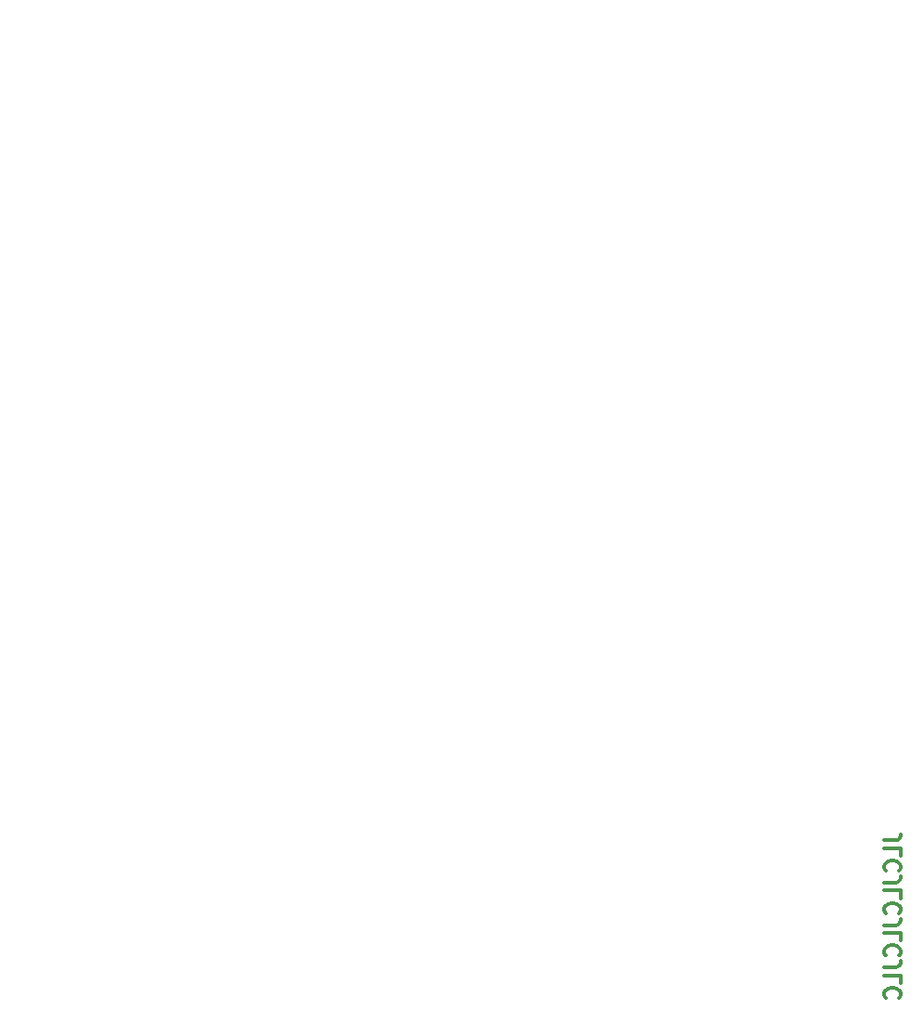
<source format=gbo>
G04 #@! TF.GenerationSoftware,KiCad,Pcbnew,(5.1.6-0-10_14)*
G04 #@! TF.CreationDate,2020-07-21T07:07:53+09:00*
G04 #@! TF.ProjectId,Jones,4a6f6e65-732e-46b6-9963-61645f706362,v.0.2*
G04 #@! TF.SameCoordinates,Original*
G04 #@! TF.FileFunction,Legend,Bot*
G04 #@! TF.FilePolarity,Positive*
%FSLAX46Y46*%
G04 Gerber Fmt 4.6, Leading zero omitted, Abs format (unit mm)*
G04 Created by KiCad (PCBNEW (5.1.6-0-10_14)) date 2020-07-21 07:07:53*
%MOMM*%
%LPD*%
G01*
G04 APERTURE LIST*
%ADD10C,0.300000*%
%ADD11C,0.010000*%
%ADD12C,0.100000*%
%ADD13R,1.250000X1.250000*%
G04 APERTURE END LIST*
D10*
X137878571Y-236921428D02*
X138950000Y-236921428D01*
X139164285Y-236850000D01*
X139307142Y-236707142D01*
X139378571Y-236492857D01*
X139378571Y-236350000D01*
X139378571Y-238350000D02*
X139378571Y-237635714D01*
X137878571Y-237635714D01*
X139235714Y-239707142D02*
X139307142Y-239635714D01*
X139378571Y-239421428D01*
X139378571Y-239278571D01*
X139307142Y-239064285D01*
X139164285Y-238921428D01*
X139021428Y-238850000D01*
X138735714Y-238778571D01*
X138521428Y-238778571D01*
X138235714Y-238850000D01*
X138092857Y-238921428D01*
X137950000Y-239064285D01*
X137878571Y-239278571D01*
X137878571Y-239421428D01*
X137950000Y-239635714D01*
X138021428Y-239707142D01*
X137878571Y-240778571D02*
X138950000Y-240778571D01*
X139164285Y-240707142D01*
X139307142Y-240564285D01*
X139378571Y-240350000D01*
X139378571Y-240207142D01*
X139378571Y-242207142D02*
X139378571Y-241492857D01*
X137878571Y-241492857D01*
X139235714Y-243564285D02*
X139307142Y-243492857D01*
X139378571Y-243278571D01*
X139378571Y-243135714D01*
X139307142Y-242921428D01*
X139164285Y-242778571D01*
X139021428Y-242707142D01*
X138735714Y-242635714D01*
X138521428Y-242635714D01*
X138235714Y-242707142D01*
X138092857Y-242778571D01*
X137950000Y-242921428D01*
X137878571Y-243135714D01*
X137878571Y-243278571D01*
X137950000Y-243492857D01*
X138021428Y-243564285D01*
X137878571Y-244635714D02*
X138950000Y-244635714D01*
X139164285Y-244564285D01*
X139307142Y-244421428D01*
X139378571Y-244207142D01*
X139378571Y-244064285D01*
X139378571Y-246064285D02*
X139378571Y-245350000D01*
X137878571Y-245350000D01*
X139235714Y-247421428D02*
X139307142Y-247350000D01*
X139378571Y-247135714D01*
X139378571Y-246992857D01*
X139307142Y-246778571D01*
X139164285Y-246635714D01*
X139021428Y-246564285D01*
X138735714Y-246492857D01*
X138521428Y-246492857D01*
X138235714Y-246564285D01*
X138092857Y-246635714D01*
X137950000Y-246778571D01*
X137878571Y-246992857D01*
X137878571Y-247135714D01*
X137950000Y-247350000D01*
X138021428Y-247421428D01*
X137878571Y-248492857D02*
X138950000Y-248492857D01*
X139164285Y-248421428D01*
X139307142Y-248278571D01*
X139378571Y-248064285D01*
X139378571Y-247921428D01*
X139378571Y-249921428D02*
X139378571Y-249207142D01*
X137878571Y-249207142D01*
X139235714Y-251278571D02*
X139307142Y-251207142D01*
X139378571Y-250992857D01*
X139378571Y-250850000D01*
X139307142Y-250635714D01*
X139164285Y-250492857D01*
X139021428Y-250421428D01*
X138735714Y-250350000D01*
X138521428Y-250350000D01*
X138235714Y-250421428D01*
X138092857Y-250492857D01*
X137950000Y-250635714D01*
X137878571Y-250850000D01*
X137878571Y-250992857D01*
X137950000Y-251207142D01*
X138021428Y-251278571D01*
D11*
G36*
X128390614Y-209839061D02*
G01*
X128777964Y-209713929D01*
X129086848Y-209515086D01*
X129303627Y-209247660D01*
X129361175Y-209123479D01*
X129396482Y-208873181D01*
X129324043Y-208643484D01*
X129163033Y-208459546D01*
X128932625Y-208346526D01*
X128751122Y-208323000D01*
X128624186Y-208353348D01*
X128471757Y-208454472D01*
X128272130Y-208641490D01*
X128226935Y-208688126D01*
X128037221Y-208878760D01*
X127859289Y-209045171D01*
X127727898Y-209155030D01*
X127715341Y-209163957D01*
X127473228Y-209262954D01*
X127223233Y-209253356D01*
X126986728Y-209150150D01*
X126785087Y-208968326D01*
X126639680Y-208722873D01*
X126571879Y-208428780D01*
X126569500Y-208360337D01*
X126592893Y-208156837D01*
X126669382Y-207937999D01*
X126808428Y-207687613D01*
X127019494Y-207389470D01*
X127312042Y-207027361D01*
X127425339Y-206894250D01*
X127662235Y-206606738D01*
X127885695Y-206314277D01*
X128073158Y-206047801D01*
X128202068Y-205838247D01*
X128218473Y-205806626D01*
X128398576Y-205319079D01*
X128459093Y-204841522D01*
X128407434Y-204384494D01*
X128251013Y-203958534D01*
X127997240Y-203574181D01*
X127653528Y-203241974D01*
X127227289Y-202972452D01*
X126725935Y-202776155D01*
X126156878Y-202663621D01*
X125998000Y-202649331D01*
X125748012Y-202636972D01*
X125534900Y-202634892D01*
X125401517Y-202643418D01*
X125394750Y-202644747D01*
X125259977Y-202673329D01*
X125058227Y-202714924D01*
X124939064Y-202739130D01*
X124545044Y-202874706D01*
X124225705Y-203098905D01*
X123994170Y-203396629D01*
X123863561Y-203752781D01*
X123839000Y-204004705D01*
X123876626Y-204319625D01*
X123994033Y-204542022D01*
X124198014Y-204683304D01*
X124255954Y-204704888D01*
X124525242Y-204742814D01*
X124766778Y-204661656D01*
X124902625Y-204558133D01*
X124992148Y-204446660D01*
X125035181Y-204296826D01*
X125045500Y-204086028D01*
X125076354Y-203754470D01*
X125176651Y-203515412D01*
X125357992Y-203348288D01*
X125501602Y-203277517D01*
X125851088Y-203200442D01*
X126213976Y-203227804D01*
X126563575Y-203346705D01*
X126873191Y-203544241D01*
X127116134Y-203807512D01*
X127265710Y-204123617D01*
X127267775Y-204131167D01*
X127304030Y-204316133D01*
X127302937Y-204493464D01*
X127256510Y-204679125D01*
X127156764Y-204889085D01*
X126995716Y-205139311D01*
X126765378Y-205445772D01*
X126457767Y-205824435D01*
X126365986Y-205934486D01*
X126078710Y-206295465D01*
X125868402Y-206606734D01*
X125715710Y-206901362D01*
X125601285Y-207212415D01*
X125583610Y-207271491D01*
X125500211Y-207766614D01*
X125540825Y-208240668D01*
X125703108Y-208685300D01*
X125984710Y-209092157D01*
X126140060Y-209251693D01*
X126461089Y-209508957D01*
X126804008Y-209687719D01*
X127209664Y-209806776D01*
X127435066Y-209847680D01*
X127938436Y-209885353D01*
X128390614Y-209839061D01*
G37*
X128390614Y-209839061D02*
X128777964Y-209713929D01*
X129086848Y-209515086D01*
X129303627Y-209247660D01*
X129361175Y-209123479D01*
X129396482Y-208873181D01*
X129324043Y-208643484D01*
X129163033Y-208459546D01*
X128932625Y-208346526D01*
X128751122Y-208323000D01*
X128624186Y-208353348D01*
X128471757Y-208454472D01*
X128272130Y-208641490D01*
X128226935Y-208688126D01*
X128037221Y-208878760D01*
X127859289Y-209045171D01*
X127727898Y-209155030D01*
X127715341Y-209163957D01*
X127473228Y-209262954D01*
X127223233Y-209253356D01*
X126986728Y-209150150D01*
X126785087Y-208968326D01*
X126639680Y-208722873D01*
X126571879Y-208428780D01*
X126569500Y-208360337D01*
X126592893Y-208156837D01*
X126669382Y-207937999D01*
X126808428Y-207687613D01*
X127019494Y-207389470D01*
X127312042Y-207027361D01*
X127425339Y-206894250D01*
X127662235Y-206606738D01*
X127885695Y-206314277D01*
X128073158Y-206047801D01*
X128202068Y-205838247D01*
X128218473Y-205806626D01*
X128398576Y-205319079D01*
X128459093Y-204841522D01*
X128407434Y-204384494D01*
X128251013Y-203958534D01*
X127997240Y-203574181D01*
X127653528Y-203241974D01*
X127227289Y-202972452D01*
X126725935Y-202776155D01*
X126156878Y-202663621D01*
X125998000Y-202649331D01*
X125748012Y-202636972D01*
X125534900Y-202634892D01*
X125401517Y-202643418D01*
X125394750Y-202644747D01*
X125259977Y-202673329D01*
X125058227Y-202714924D01*
X124939064Y-202739130D01*
X124545044Y-202874706D01*
X124225705Y-203098905D01*
X123994170Y-203396629D01*
X123863561Y-203752781D01*
X123839000Y-204004705D01*
X123876626Y-204319625D01*
X123994033Y-204542022D01*
X124198014Y-204683304D01*
X124255954Y-204704888D01*
X124525242Y-204742814D01*
X124766778Y-204661656D01*
X124902625Y-204558133D01*
X124992148Y-204446660D01*
X125035181Y-204296826D01*
X125045500Y-204086028D01*
X125076354Y-203754470D01*
X125176651Y-203515412D01*
X125357992Y-203348288D01*
X125501602Y-203277517D01*
X125851088Y-203200442D01*
X126213976Y-203227804D01*
X126563575Y-203346705D01*
X126873191Y-203544241D01*
X127116134Y-203807512D01*
X127265710Y-204123617D01*
X127267775Y-204131167D01*
X127304030Y-204316133D01*
X127302937Y-204493464D01*
X127256510Y-204679125D01*
X127156764Y-204889085D01*
X126995716Y-205139311D01*
X126765378Y-205445772D01*
X126457767Y-205824435D01*
X126365986Y-205934486D01*
X126078710Y-206295465D01*
X125868402Y-206606734D01*
X125715710Y-206901362D01*
X125601285Y-207212415D01*
X125583610Y-207271491D01*
X125500211Y-207766614D01*
X125540825Y-208240668D01*
X125703108Y-208685300D01*
X125984710Y-209092157D01*
X126140060Y-209251693D01*
X126461089Y-209508957D01*
X126804008Y-209687719D01*
X127209664Y-209806776D01*
X127435066Y-209847680D01*
X127938436Y-209885353D01*
X128390614Y-209839061D01*
G36*
X122725699Y-209853010D02*
G01*
X123066452Y-209722869D01*
X123320579Y-209514213D01*
X123487445Y-209241982D01*
X123566417Y-208921120D01*
X123556861Y-208566565D01*
X123458144Y-208193261D01*
X123269633Y-207816148D01*
X122990693Y-207450167D01*
X122834284Y-207291951D01*
X122595376Y-207083538D01*
X122332593Y-206887280D01*
X122025874Y-206690963D01*
X121655160Y-206482377D01*
X121200388Y-206249311D01*
X120809298Y-206059326D01*
X120439301Y-205882479D01*
X120167658Y-205744372D01*
X119979785Y-205625664D01*
X119861096Y-205507011D01*
X119797008Y-205369071D01*
X119772935Y-205192501D01*
X119774292Y-204957959D01*
X119784483Y-204700209D01*
X119797211Y-204424460D01*
X119816217Y-204243174D01*
X119851268Y-204123863D01*
X119912130Y-204034041D01*
X120008567Y-203941217D01*
X120014126Y-203936247D01*
X120227779Y-203794842D01*
X120408782Y-203751000D01*
X120711887Y-203798215D01*
X121086484Y-203936144D01*
X121521252Y-204159211D01*
X122004873Y-204461842D01*
X122354446Y-204709187D01*
X122537332Y-204836702D01*
X122685449Y-204926294D01*
X122762484Y-204957500D01*
X122853553Y-204910224D01*
X122964033Y-204800563D01*
X123050981Y-204676767D01*
X123074887Y-204606502D01*
X123027983Y-204528510D01*
X122896447Y-204391290D01*
X122698238Y-204210475D01*
X122451314Y-204001698D01*
X122173634Y-203780592D01*
X121883155Y-203562792D01*
X121841151Y-203532493D01*
X121278323Y-203165416D01*
X120752714Y-202901698D01*
X120243955Y-202731511D01*
X120124250Y-202703944D01*
X119836138Y-202647698D01*
X119627990Y-202622175D01*
X119456999Y-202625598D01*
X119280356Y-202656191D01*
X119233921Y-202667005D01*
X118914704Y-202802297D01*
X118667686Y-203038379D01*
X118492458Y-203376300D01*
X118388613Y-203817106D01*
X118355742Y-204361847D01*
X118379338Y-204862250D01*
X118447051Y-205409386D01*
X118559809Y-205925542D01*
X118676466Y-206285770D01*
X119965500Y-206285770D01*
X120015219Y-206271956D01*
X120156153Y-206325254D01*
X120375962Y-206439249D01*
X120662310Y-206607527D01*
X121002859Y-206823674D01*
X121013250Y-206830480D01*
X121481031Y-207169460D01*
X121851495Y-207506829D01*
X122117894Y-207834586D01*
X122273477Y-208144724D01*
X122313605Y-208372665D01*
X122265540Y-208632994D01*
X122135154Y-208873348D01*
X121950487Y-209043949D01*
X121928692Y-209055995D01*
X121677698Y-209118493D01*
X121406222Y-209069990D01*
X121133097Y-208920245D01*
X120877155Y-208679021D01*
X120689866Y-208413940D01*
X120560890Y-208162952D01*
X120423136Y-207843684D01*
X120286971Y-207486592D01*
X120162761Y-207122129D01*
X120060870Y-206780750D01*
X119991665Y-206492910D01*
X119965512Y-206289063D01*
X119965500Y-206285770D01*
X118676466Y-206285770D01*
X118728237Y-206445632D01*
X118962958Y-207004567D01*
X119148491Y-207390039D01*
X119489809Y-207992436D01*
X119876284Y-208533925D01*
X120293041Y-208997766D01*
X120725203Y-209367220D01*
X121118675Y-209606972D01*
X121543675Y-209769330D01*
X121995263Y-209865562D01*
X122429704Y-209888973D01*
X122725699Y-209853010D01*
G37*
X122725699Y-209853010D02*
X123066452Y-209722869D01*
X123320579Y-209514213D01*
X123487445Y-209241982D01*
X123566417Y-208921120D01*
X123556861Y-208566565D01*
X123458144Y-208193261D01*
X123269633Y-207816148D01*
X122990693Y-207450167D01*
X122834284Y-207291951D01*
X122595376Y-207083538D01*
X122332593Y-206887280D01*
X122025874Y-206690963D01*
X121655160Y-206482377D01*
X121200388Y-206249311D01*
X120809298Y-206059326D01*
X120439301Y-205882479D01*
X120167658Y-205744372D01*
X119979785Y-205625664D01*
X119861096Y-205507011D01*
X119797008Y-205369071D01*
X119772935Y-205192501D01*
X119774292Y-204957959D01*
X119784483Y-204700209D01*
X119797211Y-204424460D01*
X119816217Y-204243174D01*
X119851268Y-204123863D01*
X119912130Y-204034041D01*
X120008567Y-203941217D01*
X120014126Y-203936247D01*
X120227779Y-203794842D01*
X120408782Y-203751000D01*
X120711887Y-203798215D01*
X121086484Y-203936144D01*
X121521252Y-204159211D01*
X122004873Y-204461842D01*
X122354446Y-204709187D01*
X122537332Y-204836702D01*
X122685449Y-204926294D01*
X122762484Y-204957500D01*
X122853553Y-204910224D01*
X122964033Y-204800563D01*
X123050981Y-204676767D01*
X123074887Y-204606502D01*
X123027983Y-204528510D01*
X122896447Y-204391290D01*
X122698238Y-204210475D01*
X122451314Y-204001698D01*
X122173634Y-203780592D01*
X121883155Y-203562792D01*
X121841151Y-203532493D01*
X121278323Y-203165416D01*
X120752714Y-202901698D01*
X120243955Y-202731511D01*
X120124250Y-202703944D01*
X119836138Y-202647698D01*
X119627990Y-202622175D01*
X119456999Y-202625598D01*
X119280356Y-202656191D01*
X119233921Y-202667005D01*
X118914704Y-202802297D01*
X118667686Y-203038379D01*
X118492458Y-203376300D01*
X118388613Y-203817106D01*
X118355742Y-204361847D01*
X118379338Y-204862250D01*
X118447051Y-205409386D01*
X118559809Y-205925542D01*
X118676466Y-206285770D01*
X119965500Y-206285770D01*
X120015219Y-206271956D01*
X120156153Y-206325254D01*
X120375962Y-206439249D01*
X120662310Y-206607527D01*
X121002859Y-206823674D01*
X121013250Y-206830480D01*
X121481031Y-207169460D01*
X121851495Y-207506829D01*
X122117894Y-207834586D01*
X122273477Y-208144724D01*
X122313605Y-208372665D01*
X122265540Y-208632994D01*
X122135154Y-208873348D01*
X121950487Y-209043949D01*
X121928692Y-209055995D01*
X121677698Y-209118493D01*
X121406222Y-209069990D01*
X121133097Y-208920245D01*
X120877155Y-208679021D01*
X120689866Y-208413940D01*
X120560890Y-208162952D01*
X120423136Y-207843684D01*
X120286971Y-207486592D01*
X120162761Y-207122129D01*
X120060870Y-206780750D01*
X119991665Y-206492910D01*
X119965512Y-206289063D01*
X119965500Y-206285770D01*
X118676466Y-206285770D01*
X118728237Y-206445632D01*
X118962958Y-207004567D01*
X119148491Y-207390039D01*
X119489809Y-207992436D01*
X119876284Y-208533925D01*
X120293041Y-208997766D01*
X120725203Y-209367220D01*
X121118675Y-209606972D01*
X121543675Y-209769330D01*
X121995263Y-209865562D01*
X122429704Y-209888973D01*
X122725699Y-209853010D01*
G36*
X113649664Y-209838270D02*
G01*
X113702158Y-209793392D01*
X113750097Y-209734276D01*
X113777186Y-209669524D01*
X113782077Y-209575459D01*
X113763423Y-209428405D01*
X113719877Y-209204685D01*
X113650273Y-208881453D01*
X113582156Y-208572229D01*
X113520965Y-208300025D01*
X113473208Y-208093424D01*
X113445392Y-207981009D01*
X113444668Y-207978463D01*
X113470434Y-207961741D01*
X113574657Y-208026317D01*
X113745663Y-208164019D01*
X113883892Y-208285962D01*
X114348505Y-208683910D01*
X114818216Y-209044000D01*
X115275395Y-209355104D01*
X115702415Y-209606097D01*
X116081648Y-209785851D01*
X116395465Y-209883239D01*
X116421876Y-209887907D01*
X116713189Y-209880331D01*
X116970900Y-209772170D01*
X117162511Y-209580002D01*
X117212934Y-209484368D01*
X117257463Y-209351749D01*
X117281415Y-209203279D01*
X117282360Y-209025266D01*
X117257867Y-208804017D01*
X117205505Y-208525839D01*
X117122843Y-208177040D01*
X117007452Y-207743927D01*
X116856900Y-207212807D01*
X116736233Y-206799000D01*
X116549914Y-206161338D01*
X116397993Y-205632389D01*
X116277420Y-205199513D01*
X116185147Y-204850070D01*
X116118123Y-204571418D01*
X116073300Y-204350919D01*
X116047629Y-204175930D01*
X116038059Y-204033813D01*
X116041117Y-203917562D01*
X116072317Y-203740129D01*
X116141132Y-203648947D01*
X116258639Y-203645431D01*
X116435914Y-203730996D01*
X116684032Y-203907059D01*
X116823432Y-204017552D01*
X117119798Y-204258061D01*
X117332687Y-204429288D01*
X117478411Y-204540512D01*
X117573279Y-204601010D01*
X117633602Y-204620061D01*
X117675690Y-204606944D01*
X117715855Y-204570936D01*
X117745782Y-204542232D01*
X117839601Y-204432606D01*
X117870000Y-204358449D01*
X117827135Y-204284534D01*
X117712705Y-204148439D01*
X117547954Y-203974679D01*
X117473125Y-203900511D01*
X116956786Y-203431277D01*
X116480188Y-203067079D01*
X116046838Y-202809728D01*
X115660241Y-202661035D01*
X115323904Y-202622811D01*
X115095199Y-202672249D01*
X114920190Y-202810421D01*
X114803359Y-203058381D01*
X114746132Y-203412304D01*
X114740288Y-203624000D01*
X114765764Y-203973077D01*
X114838560Y-204420023D01*
X114959647Y-204969120D01*
X115129992Y-205624646D01*
X115350567Y-206390881D01*
X115416819Y-206610594D01*
X115577557Y-207156102D01*
X115707356Y-207631929D01*
X115803754Y-208027406D01*
X115864287Y-208331864D01*
X115886493Y-208534633D01*
X115878271Y-208609443D01*
X115785794Y-208693403D01*
X115615440Y-208701444D01*
X115384202Y-208642082D01*
X115109072Y-208523828D01*
X114807044Y-208355198D01*
X114495109Y-208144703D01*
X114190261Y-207900859D01*
X113909492Y-207632177D01*
X113893325Y-207614963D01*
X113725658Y-207428272D01*
X113582008Y-207247646D01*
X113456745Y-207058381D01*
X113344239Y-206845772D01*
X113238860Y-206595113D01*
X113134977Y-206291700D01*
X113026962Y-205920827D01*
X112909182Y-205467791D01*
X112776009Y-204917885D01*
X112643668Y-204351052D01*
X112306789Y-202893750D01*
X111659394Y-202875654D01*
X111390140Y-202872812D01*
X111175662Y-202879463D01*
X111042545Y-202894240D01*
X111012000Y-202908956D01*
X111027055Y-202985108D01*
X111068639Y-203162149D01*
X111131380Y-203418040D01*
X111209906Y-203730741D01*
X111264054Y-203943052D01*
X111379143Y-204398315D01*
X111501696Y-204894703D01*
X111628089Y-205416461D01*
X111754699Y-205947829D01*
X111877903Y-206473051D01*
X111994076Y-206976368D01*
X112099595Y-207442024D01*
X112190837Y-207854260D01*
X112264178Y-208197319D01*
X112315996Y-208455443D01*
X112342665Y-208612875D01*
X112345500Y-208645986D01*
X112328349Y-208786707D01*
X112292161Y-208856470D01*
X112186836Y-208849577D01*
X112000039Y-208753672D01*
X111737321Y-208572243D01*
X111404234Y-208308777D01*
X111354918Y-208267732D01*
X110871423Y-207863213D01*
X110553841Y-208180795D01*
X110830545Y-208434501D01*
X111218470Y-208782677D01*
X111542659Y-209054826D01*
X111825849Y-209267934D01*
X112090778Y-209438987D01*
X112360183Y-209584970D01*
X112390889Y-209600140D01*
X112809415Y-209779886D01*
X113165128Y-209880434D01*
X113448416Y-209900367D01*
X113649664Y-209838270D01*
G37*
X113649664Y-209838270D02*
X113702158Y-209793392D01*
X113750097Y-209734276D01*
X113777186Y-209669524D01*
X113782077Y-209575459D01*
X113763423Y-209428405D01*
X113719877Y-209204685D01*
X113650273Y-208881453D01*
X113582156Y-208572229D01*
X113520965Y-208300025D01*
X113473208Y-208093424D01*
X113445392Y-207981009D01*
X113444668Y-207978463D01*
X113470434Y-207961741D01*
X113574657Y-208026317D01*
X113745663Y-208164019D01*
X113883892Y-208285962D01*
X114348505Y-208683910D01*
X114818216Y-209044000D01*
X115275395Y-209355104D01*
X115702415Y-209606097D01*
X116081648Y-209785851D01*
X116395465Y-209883239D01*
X116421876Y-209887907D01*
X116713189Y-209880331D01*
X116970900Y-209772170D01*
X117162511Y-209580002D01*
X117212934Y-209484368D01*
X117257463Y-209351749D01*
X117281415Y-209203279D01*
X117282360Y-209025266D01*
X117257867Y-208804017D01*
X117205505Y-208525839D01*
X117122843Y-208177040D01*
X117007452Y-207743927D01*
X116856900Y-207212807D01*
X116736233Y-206799000D01*
X116549914Y-206161338D01*
X116397993Y-205632389D01*
X116277420Y-205199513D01*
X116185147Y-204850070D01*
X116118123Y-204571418D01*
X116073300Y-204350919D01*
X116047629Y-204175930D01*
X116038059Y-204033813D01*
X116041117Y-203917562D01*
X116072317Y-203740129D01*
X116141132Y-203648947D01*
X116258639Y-203645431D01*
X116435914Y-203730996D01*
X116684032Y-203907059D01*
X116823432Y-204017552D01*
X117119798Y-204258061D01*
X117332687Y-204429288D01*
X117478411Y-204540512D01*
X117573279Y-204601010D01*
X117633602Y-204620061D01*
X117675690Y-204606944D01*
X117715855Y-204570936D01*
X117745782Y-204542232D01*
X117839601Y-204432606D01*
X117870000Y-204358449D01*
X117827135Y-204284534D01*
X117712705Y-204148439D01*
X117547954Y-203974679D01*
X117473125Y-203900511D01*
X116956786Y-203431277D01*
X116480188Y-203067079D01*
X116046838Y-202809728D01*
X115660241Y-202661035D01*
X115323904Y-202622811D01*
X115095199Y-202672249D01*
X114920190Y-202810421D01*
X114803359Y-203058381D01*
X114746132Y-203412304D01*
X114740288Y-203624000D01*
X114765764Y-203973077D01*
X114838560Y-204420023D01*
X114959647Y-204969120D01*
X115129992Y-205624646D01*
X115350567Y-206390881D01*
X115416819Y-206610594D01*
X115577557Y-207156102D01*
X115707356Y-207631929D01*
X115803754Y-208027406D01*
X115864287Y-208331864D01*
X115886493Y-208534633D01*
X115878271Y-208609443D01*
X115785794Y-208693403D01*
X115615440Y-208701444D01*
X115384202Y-208642082D01*
X115109072Y-208523828D01*
X114807044Y-208355198D01*
X114495109Y-208144703D01*
X114190261Y-207900859D01*
X113909492Y-207632177D01*
X113893325Y-207614963D01*
X113725658Y-207428272D01*
X113582008Y-207247646D01*
X113456745Y-207058381D01*
X113344239Y-206845772D01*
X113238860Y-206595113D01*
X113134977Y-206291700D01*
X113026962Y-205920827D01*
X112909182Y-205467791D01*
X112776009Y-204917885D01*
X112643668Y-204351052D01*
X112306789Y-202893750D01*
X111659394Y-202875654D01*
X111390140Y-202872812D01*
X111175662Y-202879463D01*
X111042545Y-202894240D01*
X111012000Y-202908956D01*
X111027055Y-202985108D01*
X111068639Y-203162149D01*
X111131380Y-203418040D01*
X111209906Y-203730741D01*
X111264054Y-203943052D01*
X111379143Y-204398315D01*
X111501696Y-204894703D01*
X111628089Y-205416461D01*
X111754699Y-205947829D01*
X111877903Y-206473051D01*
X111994076Y-206976368D01*
X112099595Y-207442024D01*
X112190837Y-207854260D01*
X112264178Y-208197319D01*
X112315996Y-208455443D01*
X112342665Y-208612875D01*
X112345500Y-208645986D01*
X112328349Y-208786707D01*
X112292161Y-208856470D01*
X112186836Y-208849577D01*
X112000039Y-208753672D01*
X111737321Y-208572243D01*
X111404234Y-208308777D01*
X111354918Y-208267732D01*
X110871423Y-207863213D01*
X110553841Y-208180795D01*
X110830545Y-208434501D01*
X111218470Y-208782677D01*
X111542659Y-209054826D01*
X111825849Y-209267934D01*
X112090778Y-209438987D01*
X112360183Y-209584970D01*
X112390889Y-209600140D01*
X112809415Y-209779886D01*
X113165128Y-209880434D01*
X113448416Y-209900367D01*
X113649664Y-209838270D01*
G36*
X108400667Y-209813113D02*
G01*
X108832406Y-209661027D01*
X109197003Y-209401262D01*
X109495746Y-209032997D01*
X109652029Y-208742061D01*
X109778546Y-208359498D01*
X109856067Y-207892626D01*
X109883904Y-207374589D01*
X109861373Y-206838531D01*
X109787784Y-206317596D01*
X109709024Y-205991636D01*
X109485776Y-205403945D01*
X109168038Y-204824045D01*
X108773823Y-204272390D01*
X108321146Y-203769435D01*
X107828021Y-203335636D01*
X107312463Y-202991446D01*
X106891758Y-202792754D01*
X106518937Y-202689107D01*
X106099290Y-202633334D01*
X105678351Y-202627307D01*
X105301656Y-202672897D01*
X105130553Y-202720391D01*
X104707882Y-202932098D01*
X104368396Y-203236515D01*
X104107524Y-203638427D01*
X103992781Y-203911487D01*
X103925717Y-204199271D01*
X103889359Y-204575017D01*
X103883209Y-205003580D01*
X103906769Y-205449814D01*
X103920423Y-205560750D01*
X105335993Y-205560750D01*
X105353271Y-204966796D01*
X105419451Y-204478934D01*
X105538902Y-204084323D01*
X105715995Y-203770118D01*
X105955102Y-203523476D01*
X106054026Y-203450887D01*
X106264674Y-203342339D01*
X106475493Y-203316798D01*
X106722340Y-203374557D01*
X106921413Y-203457987D01*
X107261166Y-203682345D01*
X107572973Y-204020410D01*
X107850143Y-204460679D01*
X108085984Y-204991650D01*
X108273803Y-205601820D01*
X108340485Y-205897251D01*
X108379370Y-206189893D01*
X108400441Y-206565150D01*
X108404012Y-206979939D01*
X108390401Y-207391178D01*
X108359921Y-207755781D01*
X108325251Y-207977185D01*
X108198395Y-208395873D01*
X108015806Y-208736199D01*
X107788711Y-208987392D01*
X107528339Y-209138679D01*
X107245918Y-209179289D01*
X107098293Y-209154269D01*
X106719247Y-208984372D01*
X106366081Y-208692676D01*
X106041790Y-208282304D01*
X105749364Y-207756377D01*
X105740455Y-207737439D01*
X105561965Y-207284195D01*
X105438514Y-206793886D01*
X105364996Y-206239043D01*
X105336309Y-205592193D01*
X105335993Y-205560750D01*
X103920423Y-205560750D01*
X103959543Y-205878573D01*
X104025112Y-206195750D01*
X104265122Y-206913049D01*
X104603027Y-207607651D01*
X105021070Y-208249040D01*
X105501494Y-208806701D01*
X105599864Y-208902085D01*
X106089866Y-209304445D01*
X106588244Y-209590318D01*
X107118202Y-209769348D01*
X107702943Y-209851179D01*
X107900500Y-209858341D01*
X108400667Y-209813113D01*
G37*
X108400667Y-209813113D02*
X108832406Y-209661027D01*
X109197003Y-209401262D01*
X109495746Y-209032997D01*
X109652029Y-208742061D01*
X109778546Y-208359498D01*
X109856067Y-207892626D01*
X109883904Y-207374589D01*
X109861373Y-206838531D01*
X109787784Y-206317596D01*
X109709024Y-205991636D01*
X109485776Y-205403945D01*
X109168038Y-204824045D01*
X108773823Y-204272390D01*
X108321146Y-203769435D01*
X107828021Y-203335636D01*
X107312463Y-202991446D01*
X106891758Y-202792754D01*
X106518937Y-202689107D01*
X106099290Y-202633334D01*
X105678351Y-202627307D01*
X105301656Y-202672897D01*
X105130553Y-202720391D01*
X104707882Y-202932098D01*
X104368396Y-203236515D01*
X104107524Y-203638427D01*
X103992781Y-203911487D01*
X103925717Y-204199271D01*
X103889359Y-204575017D01*
X103883209Y-205003580D01*
X103906769Y-205449814D01*
X103920423Y-205560750D01*
X105335993Y-205560750D01*
X105353271Y-204966796D01*
X105419451Y-204478934D01*
X105538902Y-204084323D01*
X105715995Y-203770118D01*
X105955102Y-203523476D01*
X106054026Y-203450887D01*
X106264674Y-203342339D01*
X106475493Y-203316798D01*
X106722340Y-203374557D01*
X106921413Y-203457987D01*
X107261166Y-203682345D01*
X107572973Y-204020410D01*
X107850143Y-204460679D01*
X108085984Y-204991650D01*
X108273803Y-205601820D01*
X108340485Y-205897251D01*
X108379370Y-206189893D01*
X108400441Y-206565150D01*
X108404012Y-206979939D01*
X108390401Y-207391178D01*
X108359921Y-207755781D01*
X108325251Y-207977185D01*
X108198395Y-208395873D01*
X108015806Y-208736199D01*
X107788711Y-208987392D01*
X107528339Y-209138679D01*
X107245918Y-209179289D01*
X107098293Y-209154269D01*
X106719247Y-208984372D01*
X106366081Y-208692676D01*
X106041790Y-208282304D01*
X105749364Y-207756377D01*
X105740455Y-207737439D01*
X105561965Y-207284195D01*
X105438514Y-206793886D01*
X105364996Y-206239043D01*
X105336309Y-205592193D01*
X105335993Y-205560750D01*
X103920423Y-205560750D01*
X103959543Y-205878573D01*
X104025112Y-206195750D01*
X104265122Y-206913049D01*
X104603027Y-207607651D01*
X105021070Y-208249040D01*
X105501494Y-208806701D01*
X105599864Y-208902085D01*
X106089866Y-209304445D01*
X106588244Y-209590318D01*
X107118202Y-209769348D01*
X107702943Y-209851179D01*
X107900500Y-209858341D01*
X108400667Y-209813113D01*
G36*
X103673769Y-212707022D02*
G01*
X103885905Y-212702647D01*
X104007268Y-212693475D01*
X104027000Y-212685970D01*
X104004505Y-212623337D01*
X103943625Y-212468215D01*
X103854269Y-212245573D01*
X103769929Y-212038052D01*
X103622008Y-211650791D01*
X103445363Y-211143533D01*
X103241074Y-210519738D01*
X103010221Y-209782860D01*
X102753885Y-208936359D01*
X102473145Y-207983691D01*
X102169081Y-206928313D01*
X102123202Y-206767250D01*
X101918301Y-206049888D01*
X101742565Y-205442187D01*
X101591801Y-204931268D01*
X101461814Y-204504253D01*
X101348410Y-204148263D01*
X101247394Y-203850417D01*
X101154572Y-203597839D01*
X101065750Y-203377648D01*
X100976734Y-203176965D01*
X100905135Y-203027048D01*
X100509711Y-202334266D01*
X100058743Y-201753832D01*
X99553244Y-201286685D01*
X98994224Y-200933762D01*
X98394506Y-200699356D01*
X98015508Y-200621276D01*
X97599305Y-200584828D01*
X97193097Y-200591007D01*
X96844085Y-200640807D01*
X96756250Y-200664826D01*
X96349937Y-200835333D01*
X96024196Y-201058681D01*
X95794185Y-201321534D01*
X95675065Y-201610555D01*
X95673828Y-201616992D01*
X95676467Y-201871028D01*
X95767882Y-202092869D01*
X95926001Y-202257372D01*
X96128754Y-202339393D01*
X96300371Y-202330781D01*
X96423153Y-202269628D01*
X96605097Y-202142959D01*
X96814307Y-201973788D01*
X96899220Y-201898701D01*
X97304400Y-201571271D01*
X97672672Y-201362167D01*
X98010738Y-201270438D01*
X98325296Y-201295131D01*
X98623046Y-201435296D01*
X98845804Y-201622039D01*
X98974055Y-201763703D01*
X99092056Y-201927800D01*
X99207360Y-202130668D01*
X99327519Y-202388643D01*
X99460088Y-202718062D01*
X99612618Y-203135262D01*
X99792662Y-203656579D01*
X99809832Y-203707267D01*
X99964047Y-204170574D01*
X100134036Y-204694540D01*
X100316420Y-205267735D01*
X100507818Y-205878729D01*
X100704851Y-206516092D01*
X100904139Y-207168392D01*
X101102301Y-207824202D01*
X101295957Y-208472089D01*
X101481727Y-209100624D01*
X101656231Y-209698377D01*
X101816090Y-210253918D01*
X101957922Y-210755817D01*
X102078348Y-211192643D01*
X102173987Y-211552966D01*
X102241461Y-211825356D01*
X102277387Y-211998383D01*
X102279831Y-212059835D01*
X102189287Y-212083537D01*
X102005718Y-212089650D01*
X101761553Y-212080354D01*
X101489219Y-212057828D01*
X101221143Y-212024254D01*
X100989755Y-211981810D01*
X100940352Y-211969786D01*
X100481136Y-211810746D01*
X100056486Y-211589005D01*
X99682716Y-211319546D01*
X99376141Y-211017349D01*
X99153075Y-210697396D01*
X99029832Y-210374670D01*
X99010500Y-210197580D01*
X99043211Y-210005776D01*
X99129332Y-209764100D01*
X99201000Y-209614612D01*
X99339514Y-209305830D01*
X99384211Y-209062516D01*
X99335849Y-208865375D01*
X99235636Y-208732864D01*
X99035227Y-208613108D01*
X98785856Y-208573926D01*
X98541840Y-208621993D01*
X98498982Y-208642383D01*
X98341078Y-208793440D01*
X98224954Y-209039373D01*
X98156506Y-209353235D01*
X98141630Y-209708076D01*
X98185677Y-210074314D01*
X98336341Y-210568033D01*
X98581771Y-211017880D01*
X98937693Y-211452662D01*
X98938503Y-211453512D01*
X99413898Y-211873219D01*
X99955845Y-212201039D01*
X100574693Y-212441617D01*
X101280796Y-212599597D01*
X101582250Y-212639845D01*
X101784774Y-212656878D01*
X102057781Y-212672157D01*
X102378232Y-212685247D01*
X102723093Y-212695713D01*
X103069327Y-212703120D01*
X103393898Y-212707035D01*
X103673769Y-212707022D01*
G37*
X103673769Y-212707022D02*
X103885905Y-212702647D01*
X104007268Y-212693475D01*
X104027000Y-212685970D01*
X104004505Y-212623337D01*
X103943625Y-212468215D01*
X103854269Y-212245573D01*
X103769929Y-212038052D01*
X103622008Y-211650791D01*
X103445363Y-211143533D01*
X103241074Y-210519738D01*
X103010221Y-209782860D01*
X102753885Y-208936359D01*
X102473145Y-207983691D01*
X102169081Y-206928313D01*
X102123202Y-206767250D01*
X101918301Y-206049888D01*
X101742565Y-205442187D01*
X101591801Y-204931268D01*
X101461814Y-204504253D01*
X101348410Y-204148263D01*
X101247394Y-203850417D01*
X101154572Y-203597839D01*
X101065750Y-203377648D01*
X100976734Y-203176965D01*
X100905135Y-203027048D01*
X100509711Y-202334266D01*
X100058743Y-201753832D01*
X99553244Y-201286685D01*
X98994224Y-200933762D01*
X98394506Y-200699356D01*
X98015508Y-200621276D01*
X97599305Y-200584828D01*
X97193097Y-200591007D01*
X96844085Y-200640807D01*
X96756250Y-200664826D01*
X96349937Y-200835333D01*
X96024196Y-201058681D01*
X95794185Y-201321534D01*
X95675065Y-201610555D01*
X95673828Y-201616992D01*
X95676467Y-201871028D01*
X95767882Y-202092869D01*
X95926001Y-202257372D01*
X96128754Y-202339393D01*
X96300371Y-202330781D01*
X96423153Y-202269628D01*
X96605097Y-202142959D01*
X96814307Y-201973788D01*
X96899220Y-201898701D01*
X97304400Y-201571271D01*
X97672672Y-201362167D01*
X98010738Y-201270438D01*
X98325296Y-201295131D01*
X98623046Y-201435296D01*
X98845804Y-201622039D01*
X98974055Y-201763703D01*
X99092056Y-201927800D01*
X99207360Y-202130668D01*
X99327519Y-202388643D01*
X99460088Y-202718062D01*
X99612618Y-203135262D01*
X99792662Y-203656579D01*
X99809832Y-203707267D01*
X99964047Y-204170574D01*
X100134036Y-204694540D01*
X100316420Y-205267735D01*
X100507818Y-205878729D01*
X100704851Y-206516092D01*
X100904139Y-207168392D01*
X101102301Y-207824202D01*
X101295957Y-208472089D01*
X101481727Y-209100624D01*
X101656231Y-209698377D01*
X101816090Y-210253918D01*
X101957922Y-210755817D01*
X102078348Y-211192643D01*
X102173987Y-211552966D01*
X102241461Y-211825356D01*
X102277387Y-211998383D01*
X102279831Y-212059835D01*
X102189287Y-212083537D01*
X102005718Y-212089650D01*
X101761553Y-212080354D01*
X101489219Y-212057828D01*
X101221143Y-212024254D01*
X100989755Y-211981810D01*
X100940352Y-211969786D01*
X100481136Y-211810746D01*
X100056486Y-211589005D01*
X99682716Y-211319546D01*
X99376141Y-211017349D01*
X99153075Y-210697396D01*
X99029832Y-210374670D01*
X99010500Y-210197580D01*
X99043211Y-210005776D01*
X99129332Y-209764100D01*
X99201000Y-209614612D01*
X99339514Y-209305830D01*
X99384211Y-209062516D01*
X99335849Y-208865375D01*
X99235636Y-208732864D01*
X99035227Y-208613108D01*
X98785856Y-208573926D01*
X98541840Y-208621993D01*
X98498982Y-208642383D01*
X98341078Y-208793440D01*
X98224954Y-209039373D01*
X98156506Y-209353235D01*
X98141630Y-209708076D01*
X98185677Y-210074314D01*
X98336341Y-210568033D01*
X98581771Y-211017880D01*
X98937693Y-211452662D01*
X98938503Y-211453512D01*
X99413898Y-211873219D01*
X99955845Y-212201039D01*
X100574693Y-212441617D01*
X101280796Y-212599597D01*
X101582250Y-212639845D01*
X101784774Y-212656878D01*
X102057781Y-212672157D01*
X102378232Y-212685247D01*
X102723093Y-212695713D01*
X103069327Y-212703120D01*
X103393898Y-212707035D01*
X103673769Y-212707022D01*
G36*
X91990614Y-171789061D02*
G01*
X92377964Y-171663929D01*
X92686848Y-171465086D01*
X92903627Y-171197660D01*
X92961175Y-171073479D01*
X92996482Y-170823181D01*
X92924043Y-170593484D01*
X92763033Y-170409546D01*
X92532625Y-170296526D01*
X92351122Y-170273000D01*
X92224186Y-170303348D01*
X92071757Y-170404472D01*
X91872130Y-170591490D01*
X91826935Y-170638126D01*
X91637221Y-170828760D01*
X91459289Y-170995171D01*
X91327898Y-171105030D01*
X91315341Y-171113957D01*
X91073228Y-171212954D01*
X90823233Y-171203356D01*
X90586728Y-171100150D01*
X90385087Y-170918326D01*
X90239680Y-170672873D01*
X90171879Y-170378780D01*
X90169500Y-170310337D01*
X90192893Y-170106837D01*
X90269382Y-169887999D01*
X90408428Y-169637613D01*
X90619494Y-169339470D01*
X90912042Y-168977361D01*
X91025339Y-168844250D01*
X91262235Y-168556738D01*
X91485695Y-168264277D01*
X91673158Y-167997801D01*
X91802068Y-167788247D01*
X91818473Y-167756626D01*
X91998576Y-167269079D01*
X92059093Y-166791522D01*
X92007434Y-166334494D01*
X91851013Y-165908534D01*
X91597240Y-165524181D01*
X91253528Y-165191974D01*
X90827289Y-164922452D01*
X90325935Y-164726155D01*
X89756878Y-164613621D01*
X89598000Y-164599331D01*
X89348012Y-164586972D01*
X89134900Y-164584892D01*
X89001517Y-164593418D01*
X88994750Y-164594747D01*
X88859977Y-164623329D01*
X88658227Y-164664924D01*
X88539064Y-164689130D01*
X88145044Y-164824706D01*
X87825705Y-165048905D01*
X87594170Y-165346629D01*
X87463561Y-165702781D01*
X87439000Y-165954705D01*
X87476626Y-166269625D01*
X87594033Y-166492022D01*
X87798014Y-166633304D01*
X87855954Y-166654888D01*
X88125242Y-166692814D01*
X88366778Y-166611656D01*
X88502625Y-166508133D01*
X88592148Y-166396660D01*
X88635181Y-166246826D01*
X88645500Y-166036028D01*
X88676354Y-165704470D01*
X88776651Y-165465412D01*
X88957992Y-165298288D01*
X89101602Y-165227517D01*
X89451088Y-165150442D01*
X89813976Y-165177804D01*
X90163575Y-165296705D01*
X90473191Y-165494241D01*
X90716134Y-165757512D01*
X90865710Y-166073617D01*
X90867775Y-166081167D01*
X90904030Y-166266133D01*
X90902937Y-166443464D01*
X90856510Y-166629125D01*
X90756764Y-166839085D01*
X90595716Y-167089311D01*
X90365378Y-167395772D01*
X90057767Y-167774435D01*
X89965986Y-167884486D01*
X89678710Y-168245465D01*
X89468402Y-168556734D01*
X89315710Y-168851362D01*
X89201285Y-169162415D01*
X89183610Y-169221491D01*
X89100211Y-169716614D01*
X89140825Y-170190668D01*
X89303108Y-170635300D01*
X89584710Y-171042157D01*
X89740060Y-171201693D01*
X90061089Y-171458957D01*
X90404008Y-171637719D01*
X90809664Y-171756776D01*
X91035066Y-171797680D01*
X91538436Y-171835353D01*
X91990614Y-171789061D01*
G37*
X91990614Y-171789061D02*
X92377964Y-171663929D01*
X92686848Y-171465086D01*
X92903627Y-171197660D01*
X92961175Y-171073479D01*
X92996482Y-170823181D01*
X92924043Y-170593484D01*
X92763033Y-170409546D01*
X92532625Y-170296526D01*
X92351122Y-170273000D01*
X92224186Y-170303348D01*
X92071757Y-170404472D01*
X91872130Y-170591490D01*
X91826935Y-170638126D01*
X91637221Y-170828760D01*
X91459289Y-170995171D01*
X91327898Y-171105030D01*
X91315341Y-171113957D01*
X91073228Y-171212954D01*
X90823233Y-171203356D01*
X90586728Y-171100150D01*
X90385087Y-170918326D01*
X90239680Y-170672873D01*
X90171879Y-170378780D01*
X90169500Y-170310337D01*
X90192893Y-170106837D01*
X90269382Y-169887999D01*
X90408428Y-169637613D01*
X90619494Y-169339470D01*
X90912042Y-168977361D01*
X91025339Y-168844250D01*
X91262235Y-168556738D01*
X91485695Y-168264277D01*
X91673158Y-167997801D01*
X91802068Y-167788247D01*
X91818473Y-167756626D01*
X91998576Y-167269079D01*
X92059093Y-166791522D01*
X92007434Y-166334494D01*
X91851013Y-165908534D01*
X91597240Y-165524181D01*
X91253528Y-165191974D01*
X90827289Y-164922452D01*
X90325935Y-164726155D01*
X89756878Y-164613621D01*
X89598000Y-164599331D01*
X89348012Y-164586972D01*
X89134900Y-164584892D01*
X89001517Y-164593418D01*
X88994750Y-164594747D01*
X88859977Y-164623329D01*
X88658227Y-164664924D01*
X88539064Y-164689130D01*
X88145044Y-164824706D01*
X87825705Y-165048905D01*
X87594170Y-165346629D01*
X87463561Y-165702781D01*
X87439000Y-165954705D01*
X87476626Y-166269625D01*
X87594033Y-166492022D01*
X87798014Y-166633304D01*
X87855954Y-166654888D01*
X88125242Y-166692814D01*
X88366778Y-166611656D01*
X88502625Y-166508133D01*
X88592148Y-166396660D01*
X88635181Y-166246826D01*
X88645500Y-166036028D01*
X88676354Y-165704470D01*
X88776651Y-165465412D01*
X88957992Y-165298288D01*
X89101602Y-165227517D01*
X89451088Y-165150442D01*
X89813976Y-165177804D01*
X90163575Y-165296705D01*
X90473191Y-165494241D01*
X90716134Y-165757512D01*
X90865710Y-166073617D01*
X90867775Y-166081167D01*
X90904030Y-166266133D01*
X90902937Y-166443464D01*
X90856510Y-166629125D01*
X90756764Y-166839085D01*
X90595716Y-167089311D01*
X90365378Y-167395772D01*
X90057767Y-167774435D01*
X89965986Y-167884486D01*
X89678710Y-168245465D01*
X89468402Y-168556734D01*
X89315710Y-168851362D01*
X89201285Y-169162415D01*
X89183610Y-169221491D01*
X89100211Y-169716614D01*
X89140825Y-170190668D01*
X89303108Y-170635300D01*
X89584710Y-171042157D01*
X89740060Y-171201693D01*
X90061089Y-171458957D01*
X90404008Y-171637719D01*
X90809664Y-171756776D01*
X91035066Y-171797680D01*
X91538436Y-171835353D01*
X91990614Y-171789061D01*
G36*
X86325699Y-171803010D02*
G01*
X86666452Y-171672869D01*
X86920579Y-171464213D01*
X87087445Y-171191982D01*
X87166417Y-170871120D01*
X87156861Y-170516565D01*
X87058144Y-170143261D01*
X86869633Y-169766148D01*
X86590693Y-169400167D01*
X86434284Y-169241951D01*
X86195376Y-169033538D01*
X85932593Y-168837280D01*
X85625874Y-168640963D01*
X85255160Y-168432377D01*
X84800388Y-168199311D01*
X84409298Y-168009326D01*
X84039301Y-167832479D01*
X83767658Y-167694372D01*
X83579785Y-167575664D01*
X83461096Y-167457011D01*
X83397008Y-167319071D01*
X83372935Y-167142501D01*
X83374292Y-166907959D01*
X83384483Y-166650209D01*
X83397211Y-166374460D01*
X83416217Y-166193174D01*
X83451268Y-166073863D01*
X83512130Y-165984041D01*
X83608567Y-165891217D01*
X83614126Y-165886247D01*
X83827779Y-165744842D01*
X84008782Y-165701000D01*
X84311887Y-165748215D01*
X84686484Y-165886144D01*
X85121252Y-166109211D01*
X85604873Y-166411842D01*
X85954446Y-166659187D01*
X86137332Y-166786702D01*
X86285449Y-166876294D01*
X86362484Y-166907500D01*
X86453553Y-166860224D01*
X86564033Y-166750563D01*
X86650981Y-166626767D01*
X86674887Y-166556502D01*
X86627983Y-166478510D01*
X86496447Y-166341290D01*
X86298238Y-166160475D01*
X86051314Y-165951698D01*
X85773634Y-165730592D01*
X85483155Y-165512792D01*
X85441151Y-165482493D01*
X84878323Y-165115416D01*
X84352714Y-164851698D01*
X83843955Y-164681511D01*
X83724250Y-164653944D01*
X83436138Y-164597698D01*
X83227990Y-164572175D01*
X83056999Y-164575598D01*
X82880356Y-164606191D01*
X82833921Y-164617005D01*
X82514704Y-164752297D01*
X82267686Y-164988379D01*
X82092458Y-165326300D01*
X81988613Y-165767106D01*
X81955742Y-166311847D01*
X81979338Y-166812250D01*
X82047051Y-167359386D01*
X82159809Y-167875542D01*
X82276466Y-168235770D01*
X83565500Y-168235770D01*
X83615219Y-168221956D01*
X83756153Y-168275254D01*
X83975962Y-168389249D01*
X84262310Y-168557527D01*
X84602859Y-168773674D01*
X84613250Y-168780480D01*
X85081031Y-169119460D01*
X85451495Y-169456829D01*
X85717894Y-169784586D01*
X85873477Y-170094724D01*
X85913605Y-170322665D01*
X85865540Y-170582994D01*
X85735154Y-170823348D01*
X85550487Y-170993949D01*
X85528692Y-171005995D01*
X85277698Y-171068493D01*
X85006222Y-171019990D01*
X84733097Y-170870245D01*
X84477155Y-170629021D01*
X84289866Y-170363940D01*
X84160890Y-170112952D01*
X84023136Y-169793684D01*
X83886971Y-169436592D01*
X83762761Y-169072129D01*
X83660870Y-168730750D01*
X83591665Y-168442910D01*
X83565512Y-168239063D01*
X83565500Y-168235770D01*
X82276466Y-168235770D01*
X82328237Y-168395632D01*
X82562958Y-168954567D01*
X82748491Y-169340039D01*
X83089809Y-169942436D01*
X83476284Y-170483925D01*
X83893041Y-170947766D01*
X84325203Y-171317220D01*
X84718675Y-171556972D01*
X85143675Y-171719330D01*
X85595263Y-171815562D01*
X86029704Y-171838973D01*
X86325699Y-171803010D01*
G37*
X86325699Y-171803010D02*
X86666452Y-171672869D01*
X86920579Y-171464213D01*
X87087445Y-171191982D01*
X87166417Y-170871120D01*
X87156861Y-170516565D01*
X87058144Y-170143261D01*
X86869633Y-169766148D01*
X86590693Y-169400167D01*
X86434284Y-169241951D01*
X86195376Y-169033538D01*
X85932593Y-168837280D01*
X85625874Y-168640963D01*
X85255160Y-168432377D01*
X84800388Y-168199311D01*
X84409298Y-168009326D01*
X84039301Y-167832479D01*
X83767658Y-167694372D01*
X83579785Y-167575664D01*
X83461096Y-167457011D01*
X83397008Y-167319071D01*
X83372935Y-167142501D01*
X83374292Y-166907959D01*
X83384483Y-166650209D01*
X83397211Y-166374460D01*
X83416217Y-166193174D01*
X83451268Y-166073863D01*
X83512130Y-165984041D01*
X83608567Y-165891217D01*
X83614126Y-165886247D01*
X83827779Y-165744842D01*
X84008782Y-165701000D01*
X84311887Y-165748215D01*
X84686484Y-165886144D01*
X85121252Y-166109211D01*
X85604873Y-166411842D01*
X85954446Y-166659187D01*
X86137332Y-166786702D01*
X86285449Y-166876294D01*
X86362484Y-166907500D01*
X86453553Y-166860224D01*
X86564033Y-166750563D01*
X86650981Y-166626767D01*
X86674887Y-166556502D01*
X86627983Y-166478510D01*
X86496447Y-166341290D01*
X86298238Y-166160475D01*
X86051314Y-165951698D01*
X85773634Y-165730592D01*
X85483155Y-165512792D01*
X85441151Y-165482493D01*
X84878323Y-165115416D01*
X84352714Y-164851698D01*
X83843955Y-164681511D01*
X83724250Y-164653944D01*
X83436138Y-164597698D01*
X83227990Y-164572175D01*
X83056999Y-164575598D01*
X82880356Y-164606191D01*
X82833921Y-164617005D01*
X82514704Y-164752297D01*
X82267686Y-164988379D01*
X82092458Y-165326300D01*
X81988613Y-165767106D01*
X81955742Y-166311847D01*
X81979338Y-166812250D01*
X82047051Y-167359386D01*
X82159809Y-167875542D01*
X82276466Y-168235770D01*
X83565500Y-168235770D01*
X83615219Y-168221956D01*
X83756153Y-168275254D01*
X83975962Y-168389249D01*
X84262310Y-168557527D01*
X84602859Y-168773674D01*
X84613250Y-168780480D01*
X85081031Y-169119460D01*
X85451495Y-169456829D01*
X85717894Y-169784586D01*
X85873477Y-170094724D01*
X85913605Y-170322665D01*
X85865540Y-170582994D01*
X85735154Y-170823348D01*
X85550487Y-170993949D01*
X85528692Y-171005995D01*
X85277698Y-171068493D01*
X85006222Y-171019990D01*
X84733097Y-170870245D01*
X84477155Y-170629021D01*
X84289866Y-170363940D01*
X84160890Y-170112952D01*
X84023136Y-169793684D01*
X83886971Y-169436592D01*
X83762761Y-169072129D01*
X83660870Y-168730750D01*
X83591665Y-168442910D01*
X83565512Y-168239063D01*
X83565500Y-168235770D01*
X82276466Y-168235770D01*
X82328237Y-168395632D01*
X82562958Y-168954567D01*
X82748491Y-169340039D01*
X83089809Y-169942436D01*
X83476284Y-170483925D01*
X83893041Y-170947766D01*
X84325203Y-171317220D01*
X84718675Y-171556972D01*
X85143675Y-171719330D01*
X85595263Y-171815562D01*
X86029704Y-171838973D01*
X86325699Y-171803010D01*
G36*
X77249664Y-171788270D02*
G01*
X77302158Y-171743392D01*
X77350097Y-171684276D01*
X77377186Y-171619524D01*
X77382077Y-171525459D01*
X77363423Y-171378405D01*
X77319877Y-171154685D01*
X77250273Y-170831453D01*
X77182156Y-170522229D01*
X77120965Y-170250025D01*
X77073208Y-170043424D01*
X77045392Y-169931009D01*
X77044668Y-169928463D01*
X77070434Y-169911741D01*
X77174657Y-169976317D01*
X77345663Y-170114019D01*
X77483892Y-170235962D01*
X77948505Y-170633910D01*
X78418216Y-170994000D01*
X78875395Y-171305104D01*
X79302415Y-171556097D01*
X79681648Y-171735851D01*
X79995465Y-171833239D01*
X80021876Y-171837907D01*
X80313189Y-171830331D01*
X80570900Y-171722170D01*
X80762511Y-171530002D01*
X80812934Y-171434368D01*
X80857463Y-171301749D01*
X80881415Y-171153279D01*
X80882360Y-170975266D01*
X80857867Y-170754017D01*
X80805505Y-170475839D01*
X80722843Y-170127040D01*
X80607452Y-169693927D01*
X80456900Y-169162807D01*
X80336233Y-168749000D01*
X80149914Y-168111338D01*
X79997993Y-167582389D01*
X79877420Y-167149513D01*
X79785147Y-166800070D01*
X79718123Y-166521418D01*
X79673300Y-166300919D01*
X79647629Y-166125930D01*
X79638059Y-165983813D01*
X79641117Y-165867562D01*
X79672317Y-165690129D01*
X79741132Y-165598947D01*
X79858639Y-165595431D01*
X80035914Y-165680996D01*
X80284032Y-165857059D01*
X80423432Y-165967552D01*
X80719798Y-166208061D01*
X80932687Y-166379288D01*
X81078411Y-166490512D01*
X81173279Y-166551010D01*
X81233602Y-166570061D01*
X81275690Y-166556944D01*
X81315855Y-166520936D01*
X81345782Y-166492232D01*
X81439601Y-166382606D01*
X81470000Y-166308449D01*
X81427135Y-166234534D01*
X81312705Y-166098439D01*
X81147954Y-165924679D01*
X81073125Y-165850511D01*
X80556786Y-165381277D01*
X80080188Y-165017079D01*
X79646838Y-164759728D01*
X79260241Y-164611035D01*
X78923904Y-164572811D01*
X78695199Y-164622249D01*
X78520190Y-164760421D01*
X78403359Y-165008381D01*
X78346132Y-165362304D01*
X78340288Y-165574000D01*
X78365764Y-165923077D01*
X78438560Y-166370023D01*
X78559647Y-166919120D01*
X78729992Y-167574646D01*
X78950567Y-168340881D01*
X79016819Y-168560594D01*
X79177557Y-169106102D01*
X79307356Y-169581929D01*
X79403754Y-169977406D01*
X79464287Y-170281864D01*
X79486493Y-170484633D01*
X79478271Y-170559443D01*
X79385794Y-170643403D01*
X79215440Y-170651444D01*
X78984202Y-170592082D01*
X78709072Y-170473828D01*
X78407044Y-170305198D01*
X78095109Y-170094703D01*
X77790261Y-169850859D01*
X77509492Y-169582177D01*
X77493325Y-169564963D01*
X77325658Y-169378272D01*
X77182008Y-169197646D01*
X77056745Y-169008381D01*
X76944239Y-168795772D01*
X76838860Y-168545113D01*
X76734977Y-168241700D01*
X76626962Y-167870827D01*
X76509182Y-167417791D01*
X76376009Y-166867885D01*
X76243668Y-166301052D01*
X75906789Y-164843750D01*
X75259394Y-164825654D01*
X74990140Y-164822812D01*
X74775662Y-164829463D01*
X74642545Y-164844240D01*
X74612000Y-164858956D01*
X74627055Y-164935108D01*
X74668639Y-165112149D01*
X74731380Y-165368040D01*
X74809906Y-165680741D01*
X74864054Y-165893052D01*
X74979143Y-166348315D01*
X75101696Y-166844703D01*
X75228089Y-167366461D01*
X75354699Y-167897829D01*
X75477903Y-168423051D01*
X75594076Y-168926368D01*
X75699595Y-169392024D01*
X75790837Y-169804260D01*
X75864178Y-170147319D01*
X75915996Y-170405443D01*
X75942665Y-170562875D01*
X75945500Y-170595986D01*
X75928349Y-170736707D01*
X75892161Y-170806470D01*
X75786836Y-170799577D01*
X75600039Y-170703672D01*
X75337321Y-170522243D01*
X75004234Y-170258777D01*
X74954918Y-170217732D01*
X74471423Y-169813213D01*
X74153841Y-170130795D01*
X74430545Y-170384501D01*
X74818470Y-170732677D01*
X75142659Y-171004826D01*
X75425849Y-171217934D01*
X75690778Y-171388987D01*
X75960183Y-171534970D01*
X75990889Y-171550140D01*
X76409415Y-171729886D01*
X76765128Y-171830434D01*
X77048416Y-171850367D01*
X77249664Y-171788270D01*
G37*
X77249664Y-171788270D02*
X77302158Y-171743392D01*
X77350097Y-171684276D01*
X77377186Y-171619524D01*
X77382077Y-171525459D01*
X77363423Y-171378405D01*
X77319877Y-171154685D01*
X77250273Y-170831453D01*
X77182156Y-170522229D01*
X77120965Y-170250025D01*
X77073208Y-170043424D01*
X77045392Y-169931009D01*
X77044668Y-169928463D01*
X77070434Y-169911741D01*
X77174657Y-169976317D01*
X77345663Y-170114019D01*
X77483892Y-170235962D01*
X77948505Y-170633910D01*
X78418216Y-170994000D01*
X78875395Y-171305104D01*
X79302415Y-171556097D01*
X79681648Y-171735851D01*
X79995465Y-171833239D01*
X80021876Y-171837907D01*
X80313189Y-171830331D01*
X80570900Y-171722170D01*
X80762511Y-171530002D01*
X80812934Y-171434368D01*
X80857463Y-171301749D01*
X80881415Y-171153279D01*
X80882360Y-170975266D01*
X80857867Y-170754017D01*
X80805505Y-170475839D01*
X80722843Y-170127040D01*
X80607452Y-169693927D01*
X80456900Y-169162807D01*
X80336233Y-168749000D01*
X80149914Y-168111338D01*
X79997993Y-167582389D01*
X79877420Y-167149513D01*
X79785147Y-166800070D01*
X79718123Y-166521418D01*
X79673300Y-166300919D01*
X79647629Y-166125930D01*
X79638059Y-165983813D01*
X79641117Y-165867562D01*
X79672317Y-165690129D01*
X79741132Y-165598947D01*
X79858639Y-165595431D01*
X80035914Y-165680996D01*
X80284032Y-165857059D01*
X80423432Y-165967552D01*
X80719798Y-166208061D01*
X80932687Y-166379288D01*
X81078411Y-166490512D01*
X81173279Y-166551010D01*
X81233602Y-166570061D01*
X81275690Y-166556944D01*
X81315855Y-166520936D01*
X81345782Y-166492232D01*
X81439601Y-166382606D01*
X81470000Y-166308449D01*
X81427135Y-166234534D01*
X81312705Y-166098439D01*
X81147954Y-165924679D01*
X81073125Y-165850511D01*
X80556786Y-165381277D01*
X80080188Y-165017079D01*
X79646838Y-164759728D01*
X79260241Y-164611035D01*
X78923904Y-164572811D01*
X78695199Y-164622249D01*
X78520190Y-164760421D01*
X78403359Y-165008381D01*
X78346132Y-165362304D01*
X78340288Y-165574000D01*
X78365764Y-165923077D01*
X78438560Y-166370023D01*
X78559647Y-166919120D01*
X78729992Y-167574646D01*
X78950567Y-168340881D01*
X79016819Y-168560594D01*
X79177557Y-169106102D01*
X79307356Y-169581929D01*
X79403754Y-169977406D01*
X79464287Y-170281864D01*
X79486493Y-170484633D01*
X79478271Y-170559443D01*
X79385794Y-170643403D01*
X79215440Y-170651444D01*
X78984202Y-170592082D01*
X78709072Y-170473828D01*
X78407044Y-170305198D01*
X78095109Y-170094703D01*
X77790261Y-169850859D01*
X77509492Y-169582177D01*
X77493325Y-169564963D01*
X77325658Y-169378272D01*
X77182008Y-169197646D01*
X77056745Y-169008381D01*
X76944239Y-168795772D01*
X76838860Y-168545113D01*
X76734977Y-168241700D01*
X76626962Y-167870827D01*
X76509182Y-167417791D01*
X76376009Y-166867885D01*
X76243668Y-166301052D01*
X75906789Y-164843750D01*
X75259394Y-164825654D01*
X74990140Y-164822812D01*
X74775662Y-164829463D01*
X74642545Y-164844240D01*
X74612000Y-164858956D01*
X74627055Y-164935108D01*
X74668639Y-165112149D01*
X74731380Y-165368040D01*
X74809906Y-165680741D01*
X74864054Y-165893052D01*
X74979143Y-166348315D01*
X75101696Y-166844703D01*
X75228089Y-167366461D01*
X75354699Y-167897829D01*
X75477903Y-168423051D01*
X75594076Y-168926368D01*
X75699595Y-169392024D01*
X75790837Y-169804260D01*
X75864178Y-170147319D01*
X75915996Y-170405443D01*
X75942665Y-170562875D01*
X75945500Y-170595986D01*
X75928349Y-170736707D01*
X75892161Y-170806470D01*
X75786836Y-170799577D01*
X75600039Y-170703672D01*
X75337321Y-170522243D01*
X75004234Y-170258777D01*
X74954918Y-170217732D01*
X74471423Y-169813213D01*
X74153841Y-170130795D01*
X74430545Y-170384501D01*
X74818470Y-170732677D01*
X75142659Y-171004826D01*
X75425849Y-171217934D01*
X75690778Y-171388987D01*
X75960183Y-171534970D01*
X75990889Y-171550140D01*
X76409415Y-171729886D01*
X76765128Y-171830434D01*
X77048416Y-171850367D01*
X77249664Y-171788270D01*
G36*
X72000667Y-171763113D02*
G01*
X72432406Y-171611027D01*
X72797003Y-171351262D01*
X73095746Y-170982997D01*
X73252029Y-170692061D01*
X73378546Y-170309498D01*
X73456067Y-169842626D01*
X73483904Y-169324589D01*
X73461373Y-168788531D01*
X73387784Y-168267596D01*
X73309024Y-167941636D01*
X73085776Y-167353945D01*
X72768038Y-166774045D01*
X72373823Y-166222390D01*
X71921146Y-165719435D01*
X71428021Y-165285636D01*
X70912463Y-164941446D01*
X70491758Y-164742754D01*
X70118937Y-164639107D01*
X69699290Y-164583334D01*
X69278351Y-164577307D01*
X68901656Y-164622897D01*
X68730553Y-164670391D01*
X68307882Y-164882098D01*
X67968396Y-165186515D01*
X67707524Y-165588427D01*
X67592781Y-165861487D01*
X67525717Y-166149271D01*
X67489359Y-166525017D01*
X67483209Y-166953580D01*
X67506769Y-167399814D01*
X67520423Y-167510750D01*
X68935993Y-167510750D01*
X68953271Y-166916796D01*
X69019451Y-166428934D01*
X69138902Y-166034323D01*
X69315995Y-165720118D01*
X69555102Y-165473476D01*
X69654026Y-165400887D01*
X69864674Y-165292339D01*
X70075493Y-165266798D01*
X70322340Y-165324557D01*
X70521413Y-165407987D01*
X70861166Y-165632345D01*
X71172973Y-165970410D01*
X71450143Y-166410679D01*
X71685984Y-166941650D01*
X71873803Y-167551820D01*
X71940485Y-167847251D01*
X71979370Y-168139893D01*
X72000441Y-168515150D01*
X72004012Y-168929939D01*
X71990401Y-169341178D01*
X71959921Y-169705781D01*
X71925251Y-169927185D01*
X71798395Y-170345873D01*
X71615806Y-170686199D01*
X71388711Y-170937392D01*
X71128339Y-171088679D01*
X70845918Y-171129289D01*
X70698293Y-171104269D01*
X70319247Y-170934372D01*
X69966081Y-170642676D01*
X69641790Y-170232304D01*
X69349364Y-169706377D01*
X69340455Y-169687439D01*
X69161965Y-169234195D01*
X69038514Y-168743886D01*
X68964996Y-168189043D01*
X68936309Y-167542193D01*
X68935993Y-167510750D01*
X67520423Y-167510750D01*
X67559543Y-167828573D01*
X67625112Y-168145750D01*
X67865122Y-168863049D01*
X68203027Y-169557651D01*
X68621070Y-170199040D01*
X69101494Y-170756701D01*
X69199864Y-170852085D01*
X69689866Y-171254445D01*
X70188244Y-171540318D01*
X70718202Y-171719348D01*
X71302943Y-171801179D01*
X71500500Y-171808341D01*
X72000667Y-171763113D01*
G37*
X72000667Y-171763113D02*
X72432406Y-171611027D01*
X72797003Y-171351262D01*
X73095746Y-170982997D01*
X73252029Y-170692061D01*
X73378546Y-170309498D01*
X73456067Y-169842626D01*
X73483904Y-169324589D01*
X73461373Y-168788531D01*
X73387784Y-168267596D01*
X73309024Y-167941636D01*
X73085776Y-167353945D01*
X72768038Y-166774045D01*
X72373823Y-166222390D01*
X71921146Y-165719435D01*
X71428021Y-165285636D01*
X70912463Y-164941446D01*
X70491758Y-164742754D01*
X70118937Y-164639107D01*
X69699290Y-164583334D01*
X69278351Y-164577307D01*
X68901656Y-164622897D01*
X68730553Y-164670391D01*
X68307882Y-164882098D01*
X67968396Y-165186515D01*
X67707524Y-165588427D01*
X67592781Y-165861487D01*
X67525717Y-166149271D01*
X67489359Y-166525017D01*
X67483209Y-166953580D01*
X67506769Y-167399814D01*
X67520423Y-167510750D01*
X68935993Y-167510750D01*
X68953271Y-166916796D01*
X69019451Y-166428934D01*
X69138902Y-166034323D01*
X69315995Y-165720118D01*
X69555102Y-165473476D01*
X69654026Y-165400887D01*
X69864674Y-165292339D01*
X70075493Y-165266798D01*
X70322340Y-165324557D01*
X70521413Y-165407987D01*
X70861166Y-165632345D01*
X71172973Y-165970410D01*
X71450143Y-166410679D01*
X71685984Y-166941650D01*
X71873803Y-167551820D01*
X71940485Y-167847251D01*
X71979370Y-168139893D01*
X72000441Y-168515150D01*
X72004012Y-168929939D01*
X71990401Y-169341178D01*
X71959921Y-169705781D01*
X71925251Y-169927185D01*
X71798395Y-170345873D01*
X71615806Y-170686199D01*
X71388711Y-170937392D01*
X71128339Y-171088679D01*
X70845918Y-171129289D01*
X70698293Y-171104269D01*
X70319247Y-170934372D01*
X69966081Y-170642676D01*
X69641790Y-170232304D01*
X69349364Y-169706377D01*
X69340455Y-169687439D01*
X69161965Y-169234195D01*
X69038514Y-168743886D01*
X68964996Y-168189043D01*
X68936309Y-167542193D01*
X68935993Y-167510750D01*
X67520423Y-167510750D01*
X67559543Y-167828573D01*
X67625112Y-168145750D01*
X67865122Y-168863049D01*
X68203027Y-169557651D01*
X68621070Y-170199040D01*
X69101494Y-170756701D01*
X69199864Y-170852085D01*
X69689866Y-171254445D01*
X70188244Y-171540318D01*
X70718202Y-171719348D01*
X71302943Y-171801179D01*
X71500500Y-171808341D01*
X72000667Y-171763113D01*
G36*
X67273769Y-174657022D02*
G01*
X67485905Y-174652647D01*
X67607268Y-174643475D01*
X67627000Y-174635970D01*
X67604505Y-174573337D01*
X67543625Y-174418215D01*
X67454269Y-174195573D01*
X67369929Y-173988052D01*
X67222008Y-173600791D01*
X67045363Y-173093533D01*
X66841074Y-172469738D01*
X66610221Y-171732860D01*
X66353885Y-170886359D01*
X66073145Y-169933691D01*
X65769081Y-168878313D01*
X65723202Y-168717250D01*
X65518301Y-167999888D01*
X65342565Y-167392187D01*
X65191801Y-166881268D01*
X65061814Y-166454253D01*
X64948410Y-166098263D01*
X64847394Y-165800417D01*
X64754572Y-165547839D01*
X64665750Y-165327648D01*
X64576734Y-165126965D01*
X64505135Y-164977048D01*
X64109711Y-164284266D01*
X63658743Y-163703832D01*
X63153244Y-163236685D01*
X62594224Y-162883762D01*
X61994506Y-162649356D01*
X61615508Y-162571276D01*
X61199305Y-162534828D01*
X60793097Y-162541007D01*
X60444085Y-162590807D01*
X60356250Y-162614826D01*
X59949937Y-162785333D01*
X59624196Y-163008681D01*
X59394185Y-163271534D01*
X59275065Y-163560555D01*
X59273828Y-163566992D01*
X59276467Y-163821028D01*
X59367882Y-164042869D01*
X59526001Y-164207372D01*
X59728754Y-164289393D01*
X59900371Y-164280781D01*
X60023153Y-164219628D01*
X60205097Y-164092959D01*
X60414307Y-163923788D01*
X60499220Y-163848701D01*
X60904400Y-163521271D01*
X61272672Y-163312167D01*
X61610738Y-163220438D01*
X61925296Y-163245131D01*
X62223046Y-163385296D01*
X62445804Y-163572039D01*
X62574055Y-163713703D01*
X62692056Y-163877800D01*
X62807360Y-164080668D01*
X62927519Y-164338643D01*
X63060088Y-164668062D01*
X63212618Y-165085262D01*
X63392662Y-165606579D01*
X63409832Y-165657267D01*
X63564047Y-166120574D01*
X63734036Y-166644540D01*
X63916420Y-167217735D01*
X64107818Y-167828729D01*
X64304851Y-168466092D01*
X64504139Y-169118392D01*
X64702301Y-169774202D01*
X64895957Y-170422089D01*
X65081727Y-171050624D01*
X65256231Y-171648377D01*
X65416090Y-172203918D01*
X65557922Y-172705817D01*
X65678348Y-173142643D01*
X65773987Y-173502966D01*
X65841461Y-173775356D01*
X65877387Y-173948383D01*
X65879831Y-174009835D01*
X65789287Y-174033537D01*
X65605718Y-174039650D01*
X65361553Y-174030354D01*
X65089219Y-174007828D01*
X64821143Y-173974254D01*
X64589755Y-173931810D01*
X64540352Y-173919786D01*
X64081136Y-173760746D01*
X63656486Y-173539005D01*
X63282716Y-173269546D01*
X62976141Y-172967349D01*
X62753075Y-172647396D01*
X62629832Y-172324670D01*
X62610500Y-172147580D01*
X62643211Y-171955776D01*
X62729332Y-171714100D01*
X62801000Y-171564612D01*
X62939514Y-171255830D01*
X62984211Y-171012516D01*
X62935849Y-170815375D01*
X62835636Y-170682864D01*
X62635227Y-170563108D01*
X62385856Y-170523926D01*
X62141840Y-170571993D01*
X62098982Y-170592383D01*
X61941078Y-170743440D01*
X61824954Y-170989373D01*
X61756506Y-171303235D01*
X61741630Y-171658076D01*
X61785677Y-172024314D01*
X61936341Y-172518033D01*
X62181771Y-172967880D01*
X62537693Y-173402662D01*
X62538503Y-173403512D01*
X63013898Y-173823219D01*
X63555845Y-174151039D01*
X64174693Y-174391617D01*
X64880796Y-174549597D01*
X65182250Y-174589845D01*
X65384774Y-174606878D01*
X65657781Y-174622157D01*
X65978232Y-174635247D01*
X66323093Y-174645713D01*
X66669327Y-174653120D01*
X66993898Y-174657035D01*
X67273769Y-174657022D01*
G37*
X67273769Y-174657022D02*
X67485905Y-174652647D01*
X67607268Y-174643475D01*
X67627000Y-174635970D01*
X67604505Y-174573337D01*
X67543625Y-174418215D01*
X67454269Y-174195573D01*
X67369929Y-173988052D01*
X67222008Y-173600791D01*
X67045363Y-173093533D01*
X66841074Y-172469738D01*
X66610221Y-171732860D01*
X66353885Y-170886359D01*
X66073145Y-169933691D01*
X65769081Y-168878313D01*
X65723202Y-168717250D01*
X65518301Y-167999888D01*
X65342565Y-167392187D01*
X65191801Y-166881268D01*
X65061814Y-166454253D01*
X64948410Y-166098263D01*
X64847394Y-165800417D01*
X64754572Y-165547839D01*
X64665750Y-165327648D01*
X64576734Y-165126965D01*
X64505135Y-164977048D01*
X64109711Y-164284266D01*
X63658743Y-163703832D01*
X63153244Y-163236685D01*
X62594224Y-162883762D01*
X61994506Y-162649356D01*
X61615508Y-162571276D01*
X61199305Y-162534828D01*
X60793097Y-162541007D01*
X60444085Y-162590807D01*
X60356250Y-162614826D01*
X59949937Y-162785333D01*
X59624196Y-163008681D01*
X59394185Y-163271534D01*
X59275065Y-163560555D01*
X59273828Y-163566992D01*
X59276467Y-163821028D01*
X59367882Y-164042869D01*
X59526001Y-164207372D01*
X59728754Y-164289393D01*
X59900371Y-164280781D01*
X60023153Y-164219628D01*
X60205097Y-164092959D01*
X60414307Y-163923788D01*
X60499220Y-163848701D01*
X60904400Y-163521271D01*
X61272672Y-163312167D01*
X61610738Y-163220438D01*
X61925296Y-163245131D01*
X62223046Y-163385296D01*
X62445804Y-163572039D01*
X62574055Y-163713703D01*
X62692056Y-163877800D01*
X62807360Y-164080668D01*
X62927519Y-164338643D01*
X63060088Y-164668062D01*
X63212618Y-165085262D01*
X63392662Y-165606579D01*
X63409832Y-165657267D01*
X63564047Y-166120574D01*
X63734036Y-166644540D01*
X63916420Y-167217735D01*
X64107818Y-167828729D01*
X64304851Y-168466092D01*
X64504139Y-169118392D01*
X64702301Y-169774202D01*
X64895957Y-170422089D01*
X65081727Y-171050624D01*
X65256231Y-171648377D01*
X65416090Y-172203918D01*
X65557922Y-172705817D01*
X65678348Y-173142643D01*
X65773987Y-173502966D01*
X65841461Y-173775356D01*
X65877387Y-173948383D01*
X65879831Y-174009835D01*
X65789287Y-174033537D01*
X65605718Y-174039650D01*
X65361553Y-174030354D01*
X65089219Y-174007828D01*
X64821143Y-173974254D01*
X64589755Y-173931810D01*
X64540352Y-173919786D01*
X64081136Y-173760746D01*
X63656486Y-173539005D01*
X63282716Y-173269546D01*
X62976141Y-172967349D01*
X62753075Y-172647396D01*
X62629832Y-172324670D01*
X62610500Y-172147580D01*
X62643211Y-171955776D01*
X62729332Y-171714100D01*
X62801000Y-171564612D01*
X62939514Y-171255830D01*
X62984211Y-171012516D01*
X62935849Y-170815375D01*
X62835636Y-170682864D01*
X62635227Y-170563108D01*
X62385856Y-170523926D01*
X62141840Y-170571993D01*
X62098982Y-170592383D01*
X61941078Y-170743440D01*
X61824954Y-170989373D01*
X61756506Y-171303235D01*
X61741630Y-171658076D01*
X61785677Y-172024314D01*
X61936341Y-172518033D01*
X62181771Y-172967880D01*
X62537693Y-173402662D01*
X62538503Y-173403512D01*
X63013898Y-173823219D01*
X63555845Y-174151039D01*
X64174693Y-174391617D01*
X64880796Y-174549597D01*
X65182250Y-174589845D01*
X65384774Y-174606878D01*
X65657781Y-174622157D01*
X65978232Y-174635247D01*
X66323093Y-174645713D01*
X66669327Y-174653120D01*
X66993898Y-174657035D01*
X67273769Y-174657022D01*
G36*
X87003566Y-185189889D02*
G01*
X86616216Y-185315021D01*
X86307332Y-185513864D01*
X86090553Y-185781290D01*
X86033005Y-185905471D01*
X85997698Y-186155769D01*
X86070137Y-186385466D01*
X86231147Y-186569404D01*
X86461555Y-186682424D01*
X86643058Y-186705950D01*
X86769994Y-186675602D01*
X86922423Y-186574478D01*
X87122050Y-186387460D01*
X87167245Y-186340824D01*
X87356959Y-186150190D01*
X87534891Y-185983779D01*
X87666282Y-185873920D01*
X87678839Y-185864993D01*
X87920952Y-185765996D01*
X88170947Y-185775594D01*
X88407452Y-185878800D01*
X88609093Y-186060624D01*
X88754500Y-186306077D01*
X88822301Y-186600170D01*
X88824680Y-186668613D01*
X88801287Y-186872113D01*
X88724798Y-187090951D01*
X88585752Y-187341337D01*
X88374686Y-187639480D01*
X88082138Y-188001589D01*
X87968841Y-188134700D01*
X87731945Y-188422212D01*
X87508485Y-188714673D01*
X87321022Y-188981149D01*
X87192112Y-189190703D01*
X87175707Y-189222324D01*
X86995604Y-189709871D01*
X86935087Y-190187428D01*
X86986746Y-190644456D01*
X87143167Y-191070416D01*
X87396940Y-191454769D01*
X87740652Y-191786976D01*
X88166891Y-192056498D01*
X88668245Y-192252795D01*
X89237302Y-192365329D01*
X89396180Y-192379619D01*
X89646168Y-192391978D01*
X89859280Y-192394058D01*
X89992663Y-192385532D01*
X89999430Y-192384203D01*
X90134203Y-192355621D01*
X90335953Y-192314026D01*
X90455116Y-192289820D01*
X90849136Y-192154244D01*
X91168475Y-191930045D01*
X91400010Y-191632321D01*
X91530619Y-191276169D01*
X91555180Y-191024245D01*
X91517554Y-190709325D01*
X91400147Y-190486928D01*
X91196166Y-190345646D01*
X91138226Y-190324062D01*
X90868938Y-190286136D01*
X90627402Y-190367294D01*
X90491555Y-190470817D01*
X90402032Y-190582290D01*
X90358999Y-190732124D01*
X90348680Y-190942922D01*
X90317826Y-191274480D01*
X90217529Y-191513538D01*
X90036188Y-191680662D01*
X89892578Y-191751433D01*
X89543092Y-191828508D01*
X89180204Y-191801146D01*
X88830605Y-191682245D01*
X88520989Y-191484709D01*
X88278046Y-191221438D01*
X88128470Y-190905333D01*
X88126405Y-190897783D01*
X88090150Y-190712817D01*
X88091243Y-190535486D01*
X88137670Y-190349825D01*
X88237416Y-190139865D01*
X88398464Y-189889639D01*
X88628802Y-189583178D01*
X88936413Y-189204515D01*
X89028194Y-189094464D01*
X89315470Y-188733485D01*
X89525778Y-188422216D01*
X89678470Y-188127588D01*
X89792895Y-187816535D01*
X89810570Y-187757459D01*
X89893969Y-187262336D01*
X89853355Y-186788282D01*
X89691072Y-186343650D01*
X89409470Y-185936793D01*
X89254120Y-185777257D01*
X88933091Y-185519993D01*
X88590172Y-185341231D01*
X88184516Y-185222174D01*
X87959114Y-185181270D01*
X87455744Y-185143597D01*
X87003566Y-185189889D01*
G37*
X87003566Y-185189889D02*
X86616216Y-185315021D01*
X86307332Y-185513864D01*
X86090553Y-185781290D01*
X86033005Y-185905471D01*
X85997698Y-186155769D01*
X86070137Y-186385466D01*
X86231147Y-186569404D01*
X86461555Y-186682424D01*
X86643058Y-186705950D01*
X86769994Y-186675602D01*
X86922423Y-186574478D01*
X87122050Y-186387460D01*
X87167245Y-186340824D01*
X87356959Y-186150190D01*
X87534891Y-185983779D01*
X87666282Y-185873920D01*
X87678839Y-185864993D01*
X87920952Y-185765996D01*
X88170947Y-185775594D01*
X88407452Y-185878800D01*
X88609093Y-186060624D01*
X88754500Y-186306077D01*
X88822301Y-186600170D01*
X88824680Y-186668613D01*
X88801287Y-186872113D01*
X88724798Y-187090951D01*
X88585752Y-187341337D01*
X88374686Y-187639480D01*
X88082138Y-188001589D01*
X87968841Y-188134700D01*
X87731945Y-188422212D01*
X87508485Y-188714673D01*
X87321022Y-188981149D01*
X87192112Y-189190703D01*
X87175707Y-189222324D01*
X86995604Y-189709871D01*
X86935087Y-190187428D01*
X86986746Y-190644456D01*
X87143167Y-191070416D01*
X87396940Y-191454769D01*
X87740652Y-191786976D01*
X88166891Y-192056498D01*
X88668245Y-192252795D01*
X89237302Y-192365329D01*
X89396180Y-192379619D01*
X89646168Y-192391978D01*
X89859280Y-192394058D01*
X89992663Y-192385532D01*
X89999430Y-192384203D01*
X90134203Y-192355621D01*
X90335953Y-192314026D01*
X90455116Y-192289820D01*
X90849136Y-192154244D01*
X91168475Y-191930045D01*
X91400010Y-191632321D01*
X91530619Y-191276169D01*
X91555180Y-191024245D01*
X91517554Y-190709325D01*
X91400147Y-190486928D01*
X91196166Y-190345646D01*
X91138226Y-190324062D01*
X90868938Y-190286136D01*
X90627402Y-190367294D01*
X90491555Y-190470817D01*
X90402032Y-190582290D01*
X90358999Y-190732124D01*
X90348680Y-190942922D01*
X90317826Y-191274480D01*
X90217529Y-191513538D01*
X90036188Y-191680662D01*
X89892578Y-191751433D01*
X89543092Y-191828508D01*
X89180204Y-191801146D01*
X88830605Y-191682245D01*
X88520989Y-191484709D01*
X88278046Y-191221438D01*
X88128470Y-190905333D01*
X88126405Y-190897783D01*
X88090150Y-190712817D01*
X88091243Y-190535486D01*
X88137670Y-190349825D01*
X88237416Y-190139865D01*
X88398464Y-189889639D01*
X88628802Y-189583178D01*
X88936413Y-189204515D01*
X89028194Y-189094464D01*
X89315470Y-188733485D01*
X89525778Y-188422216D01*
X89678470Y-188127588D01*
X89792895Y-187816535D01*
X89810570Y-187757459D01*
X89893969Y-187262336D01*
X89853355Y-186788282D01*
X89691072Y-186343650D01*
X89409470Y-185936793D01*
X89254120Y-185777257D01*
X88933091Y-185519993D01*
X88590172Y-185341231D01*
X88184516Y-185222174D01*
X87959114Y-185181270D01*
X87455744Y-185143597D01*
X87003566Y-185189889D01*
G36*
X92668481Y-185175940D02*
G01*
X92327728Y-185306081D01*
X92073601Y-185514737D01*
X91906735Y-185786968D01*
X91827763Y-186107830D01*
X91837319Y-186462385D01*
X91936036Y-186835689D01*
X92124547Y-187212802D01*
X92403487Y-187578783D01*
X92559896Y-187736999D01*
X92798804Y-187945412D01*
X93061587Y-188141670D01*
X93368306Y-188337987D01*
X93739020Y-188546573D01*
X94193792Y-188779639D01*
X94584882Y-188969624D01*
X94954879Y-189146471D01*
X95226522Y-189284578D01*
X95414395Y-189403286D01*
X95533084Y-189521939D01*
X95597172Y-189659879D01*
X95621245Y-189836449D01*
X95619888Y-190070991D01*
X95609697Y-190328741D01*
X95596969Y-190604490D01*
X95577963Y-190785776D01*
X95542912Y-190905087D01*
X95482050Y-190994909D01*
X95385613Y-191087733D01*
X95380054Y-191092703D01*
X95166401Y-191234108D01*
X94985398Y-191277950D01*
X94682293Y-191230735D01*
X94307696Y-191092806D01*
X93872928Y-190869739D01*
X93389307Y-190567108D01*
X93039734Y-190319763D01*
X92856848Y-190192248D01*
X92708731Y-190102656D01*
X92631696Y-190071450D01*
X92540627Y-190118726D01*
X92430147Y-190228387D01*
X92343199Y-190352183D01*
X92319293Y-190422448D01*
X92366197Y-190500440D01*
X92497733Y-190637660D01*
X92695942Y-190818475D01*
X92942866Y-191027252D01*
X93220546Y-191248358D01*
X93511025Y-191466158D01*
X93553029Y-191496457D01*
X94115857Y-191863534D01*
X94641466Y-192127252D01*
X95150225Y-192297439D01*
X95269930Y-192325006D01*
X95558042Y-192381252D01*
X95766190Y-192406775D01*
X95937181Y-192403352D01*
X96113824Y-192372759D01*
X96160259Y-192361945D01*
X96479476Y-192226653D01*
X96726494Y-191990571D01*
X96901722Y-191652650D01*
X97005567Y-191211844D01*
X97038438Y-190667103D01*
X97014842Y-190166700D01*
X96947129Y-189619564D01*
X96834371Y-189103408D01*
X96717714Y-188743180D01*
X95428680Y-188743180D01*
X95378961Y-188756994D01*
X95238027Y-188703696D01*
X95018218Y-188589701D01*
X94731870Y-188421423D01*
X94391321Y-188205276D01*
X94380930Y-188198470D01*
X93913149Y-187859490D01*
X93542685Y-187522121D01*
X93276286Y-187194364D01*
X93120703Y-186884226D01*
X93080575Y-186656285D01*
X93128640Y-186395956D01*
X93259026Y-186155602D01*
X93443693Y-185985001D01*
X93465488Y-185972955D01*
X93716482Y-185910457D01*
X93987958Y-185958960D01*
X94261083Y-186108705D01*
X94517025Y-186349929D01*
X94704314Y-186615010D01*
X94833290Y-186865998D01*
X94971044Y-187185266D01*
X95107209Y-187542358D01*
X95231419Y-187906821D01*
X95333310Y-188248200D01*
X95402515Y-188536040D01*
X95428668Y-188739887D01*
X95428680Y-188743180D01*
X96717714Y-188743180D01*
X96665943Y-188583318D01*
X96431222Y-188024383D01*
X96245689Y-187638911D01*
X95904371Y-187036514D01*
X95517896Y-186495025D01*
X95101139Y-186031184D01*
X94668977Y-185661730D01*
X94275505Y-185421978D01*
X93850505Y-185259620D01*
X93398917Y-185163388D01*
X92964476Y-185139977D01*
X92668481Y-185175940D01*
G37*
X92668481Y-185175940D02*
X92327728Y-185306081D01*
X92073601Y-185514737D01*
X91906735Y-185786968D01*
X91827763Y-186107830D01*
X91837319Y-186462385D01*
X91936036Y-186835689D01*
X92124547Y-187212802D01*
X92403487Y-187578783D01*
X92559896Y-187736999D01*
X92798804Y-187945412D01*
X93061587Y-188141670D01*
X93368306Y-188337987D01*
X93739020Y-188546573D01*
X94193792Y-188779639D01*
X94584882Y-188969624D01*
X94954879Y-189146471D01*
X95226522Y-189284578D01*
X95414395Y-189403286D01*
X95533084Y-189521939D01*
X95597172Y-189659879D01*
X95621245Y-189836449D01*
X95619888Y-190070991D01*
X95609697Y-190328741D01*
X95596969Y-190604490D01*
X95577963Y-190785776D01*
X95542912Y-190905087D01*
X95482050Y-190994909D01*
X95385613Y-191087733D01*
X95380054Y-191092703D01*
X95166401Y-191234108D01*
X94985398Y-191277950D01*
X94682293Y-191230735D01*
X94307696Y-191092806D01*
X93872928Y-190869739D01*
X93389307Y-190567108D01*
X93039734Y-190319763D01*
X92856848Y-190192248D01*
X92708731Y-190102656D01*
X92631696Y-190071450D01*
X92540627Y-190118726D01*
X92430147Y-190228387D01*
X92343199Y-190352183D01*
X92319293Y-190422448D01*
X92366197Y-190500440D01*
X92497733Y-190637660D01*
X92695942Y-190818475D01*
X92942866Y-191027252D01*
X93220546Y-191248358D01*
X93511025Y-191466158D01*
X93553029Y-191496457D01*
X94115857Y-191863534D01*
X94641466Y-192127252D01*
X95150225Y-192297439D01*
X95269930Y-192325006D01*
X95558042Y-192381252D01*
X95766190Y-192406775D01*
X95937181Y-192403352D01*
X96113824Y-192372759D01*
X96160259Y-192361945D01*
X96479476Y-192226653D01*
X96726494Y-191990571D01*
X96901722Y-191652650D01*
X97005567Y-191211844D01*
X97038438Y-190667103D01*
X97014842Y-190166700D01*
X96947129Y-189619564D01*
X96834371Y-189103408D01*
X96717714Y-188743180D01*
X95428680Y-188743180D01*
X95378961Y-188756994D01*
X95238027Y-188703696D01*
X95018218Y-188589701D01*
X94731870Y-188421423D01*
X94391321Y-188205276D01*
X94380930Y-188198470D01*
X93913149Y-187859490D01*
X93542685Y-187522121D01*
X93276286Y-187194364D01*
X93120703Y-186884226D01*
X93080575Y-186656285D01*
X93128640Y-186395956D01*
X93259026Y-186155602D01*
X93443693Y-185985001D01*
X93465488Y-185972955D01*
X93716482Y-185910457D01*
X93987958Y-185958960D01*
X94261083Y-186108705D01*
X94517025Y-186349929D01*
X94704314Y-186615010D01*
X94833290Y-186865998D01*
X94971044Y-187185266D01*
X95107209Y-187542358D01*
X95231419Y-187906821D01*
X95333310Y-188248200D01*
X95402515Y-188536040D01*
X95428668Y-188739887D01*
X95428680Y-188743180D01*
X96717714Y-188743180D01*
X96665943Y-188583318D01*
X96431222Y-188024383D01*
X96245689Y-187638911D01*
X95904371Y-187036514D01*
X95517896Y-186495025D01*
X95101139Y-186031184D01*
X94668977Y-185661730D01*
X94275505Y-185421978D01*
X93850505Y-185259620D01*
X93398917Y-185163388D01*
X92964476Y-185139977D01*
X92668481Y-185175940D01*
G36*
X101744516Y-185190680D02*
G01*
X101692022Y-185235558D01*
X101644083Y-185294674D01*
X101616994Y-185359426D01*
X101612103Y-185453491D01*
X101630757Y-185600545D01*
X101674303Y-185824265D01*
X101743907Y-186147497D01*
X101812024Y-186456721D01*
X101873215Y-186728925D01*
X101920972Y-186935526D01*
X101948788Y-187047941D01*
X101949512Y-187050487D01*
X101923746Y-187067209D01*
X101819523Y-187002633D01*
X101648517Y-186864931D01*
X101510288Y-186742988D01*
X101045675Y-186345040D01*
X100575964Y-185984950D01*
X100118785Y-185673846D01*
X99691765Y-185422853D01*
X99312532Y-185243099D01*
X98998715Y-185145711D01*
X98972304Y-185141043D01*
X98680991Y-185148619D01*
X98423280Y-185256780D01*
X98231669Y-185448948D01*
X98181246Y-185544582D01*
X98136717Y-185677201D01*
X98112765Y-185825671D01*
X98111820Y-186003684D01*
X98136313Y-186224933D01*
X98188675Y-186503111D01*
X98271337Y-186851910D01*
X98386728Y-187285023D01*
X98537280Y-187816143D01*
X98657947Y-188229950D01*
X98844266Y-188867612D01*
X98996187Y-189396561D01*
X99116760Y-189829437D01*
X99209033Y-190178880D01*
X99276057Y-190457532D01*
X99320880Y-190678031D01*
X99346551Y-190853020D01*
X99356121Y-190995137D01*
X99353063Y-191111388D01*
X99321863Y-191288821D01*
X99253048Y-191380003D01*
X99135541Y-191383519D01*
X98958266Y-191297954D01*
X98710148Y-191121891D01*
X98570748Y-191011398D01*
X98274382Y-190770889D01*
X98061493Y-190599662D01*
X97915769Y-190488438D01*
X97820901Y-190427940D01*
X97760578Y-190408889D01*
X97718490Y-190422006D01*
X97678325Y-190458014D01*
X97648398Y-190486718D01*
X97554579Y-190596344D01*
X97524180Y-190670501D01*
X97567045Y-190744416D01*
X97681475Y-190880511D01*
X97846226Y-191054271D01*
X97921055Y-191128439D01*
X98437394Y-191597673D01*
X98913992Y-191961871D01*
X99347342Y-192219222D01*
X99733939Y-192367915D01*
X100070276Y-192406139D01*
X100298981Y-192356701D01*
X100473990Y-192218529D01*
X100590821Y-191970569D01*
X100648048Y-191616646D01*
X100653892Y-191404950D01*
X100628416Y-191055873D01*
X100555620Y-190608927D01*
X100434533Y-190059830D01*
X100264188Y-189404304D01*
X100043613Y-188638069D01*
X99977361Y-188418356D01*
X99816623Y-187872848D01*
X99686824Y-187397021D01*
X99590426Y-187001544D01*
X99529893Y-186697086D01*
X99507687Y-186494317D01*
X99515909Y-186419507D01*
X99608386Y-186335547D01*
X99778740Y-186327506D01*
X100009978Y-186386868D01*
X100285108Y-186505122D01*
X100587136Y-186673752D01*
X100899071Y-186884247D01*
X101203919Y-187128091D01*
X101484688Y-187396773D01*
X101500855Y-187413987D01*
X101668522Y-187600678D01*
X101812172Y-187781304D01*
X101937435Y-187970569D01*
X102049941Y-188183178D01*
X102155320Y-188433837D01*
X102259203Y-188737250D01*
X102367218Y-189108123D01*
X102484998Y-189561159D01*
X102618171Y-190111065D01*
X102750512Y-190677898D01*
X103087391Y-192135200D01*
X103734786Y-192153296D01*
X104004040Y-192156138D01*
X104218518Y-192149487D01*
X104351635Y-192134710D01*
X104382180Y-192119994D01*
X104367125Y-192043842D01*
X104325541Y-191866801D01*
X104262800Y-191610910D01*
X104184274Y-191298209D01*
X104130126Y-191085898D01*
X104015037Y-190630635D01*
X103892484Y-190134247D01*
X103766091Y-189612489D01*
X103639481Y-189081121D01*
X103516277Y-188555899D01*
X103400104Y-188052582D01*
X103294585Y-187586926D01*
X103203343Y-187174690D01*
X103130002Y-186831631D01*
X103078184Y-186573507D01*
X103051515Y-186416075D01*
X103048680Y-186382964D01*
X103065831Y-186242243D01*
X103102019Y-186172480D01*
X103207344Y-186179373D01*
X103394141Y-186275278D01*
X103656859Y-186456707D01*
X103989946Y-186720173D01*
X104039262Y-186761218D01*
X104522757Y-187165737D01*
X104840339Y-186848155D01*
X104563635Y-186594449D01*
X104175710Y-186246273D01*
X103851521Y-185974124D01*
X103568331Y-185761016D01*
X103303402Y-185589963D01*
X103033997Y-185443980D01*
X103003291Y-185428810D01*
X102584765Y-185249064D01*
X102229052Y-185148516D01*
X101945764Y-185128583D01*
X101744516Y-185190680D01*
G37*
X101744516Y-185190680D02*
X101692022Y-185235558D01*
X101644083Y-185294674D01*
X101616994Y-185359426D01*
X101612103Y-185453491D01*
X101630757Y-185600545D01*
X101674303Y-185824265D01*
X101743907Y-186147497D01*
X101812024Y-186456721D01*
X101873215Y-186728925D01*
X101920972Y-186935526D01*
X101948788Y-187047941D01*
X101949512Y-187050487D01*
X101923746Y-187067209D01*
X101819523Y-187002633D01*
X101648517Y-186864931D01*
X101510288Y-186742988D01*
X101045675Y-186345040D01*
X100575964Y-185984950D01*
X100118785Y-185673846D01*
X99691765Y-185422853D01*
X99312532Y-185243099D01*
X98998715Y-185145711D01*
X98972304Y-185141043D01*
X98680991Y-185148619D01*
X98423280Y-185256780D01*
X98231669Y-185448948D01*
X98181246Y-185544582D01*
X98136717Y-185677201D01*
X98112765Y-185825671D01*
X98111820Y-186003684D01*
X98136313Y-186224933D01*
X98188675Y-186503111D01*
X98271337Y-186851910D01*
X98386728Y-187285023D01*
X98537280Y-187816143D01*
X98657947Y-188229950D01*
X98844266Y-188867612D01*
X98996187Y-189396561D01*
X99116760Y-189829437D01*
X99209033Y-190178880D01*
X99276057Y-190457532D01*
X99320880Y-190678031D01*
X99346551Y-190853020D01*
X99356121Y-190995137D01*
X99353063Y-191111388D01*
X99321863Y-191288821D01*
X99253048Y-191380003D01*
X99135541Y-191383519D01*
X98958266Y-191297954D01*
X98710148Y-191121891D01*
X98570748Y-191011398D01*
X98274382Y-190770889D01*
X98061493Y-190599662D01*
X97915769Y-190488438D01*
X97820901Y-190427940D01*
X97760578Y-190408889D01*
X97718490Y-190422006D01*
X97678325Y-190458014D01*
X97648398Y-190486718D01*
X97554579Y-190596344D01*
X97524180Y-190670501D01*
X97567045Y-190744416D01*
X97681475Y-190880511D01*
X97846226Y-191054271D01*
X97921055Y-191128439D01*
X98437394Y-191597673D01*
X98913992Y-191961871D01*
X99347342Y-192219222D01*
X99733939Y-192367915D01*
X100070276Y-192406139D01*
X100298981Y-192356701D01*
X100473990Y-192218529D01*
X100590821Y-191970569D01*
X100648048Y-191616646D01*
X100653892Y-191404950D01*
X100628416Y-191055873D01*
X100555620Y-190608927D01*
X100434533Y-190059830D01*
X100264188Y-189404304D01*
X100043613Y-188638069D01*
X99977361Y-188418356D01*
X99816623Y-187872848D01*
X99686824Y-187397021D01*
X99590426Y-187001544D01*
X99529893Y-186697086D01*
X99507687Y-186494317D01*
X99515909Y-186419507D01*
X99608386Y-186335547D01*
X99778740Y-186327506D01*
X100009978Y-186386868D01*
X100285108Y-186505122D01*
X100587136Y-186673752D01*
X100899071Y-186884247D01*
X101203919Y-187128091D01*
X101484688Y-187396773D01*
X101500855Y-187413987D01*
X101668522Y-187600678D01*
X101812172Y-187781304D01*
X101937435Y-187970569D01*
X102049941Y-188183178D01*
X102155320Y-188433837D01*
X102259203Y-188737250D01*
X102367218Y-189108123D01*
X102484998Y-189561159D01*
X102618171Y-190111065D01*
X102750512Y-190677898D01*
X103087391Y-192135200D01*
X103734786Y-192153296D01*
X104004040Y-192156138D01*
X104218518Y-192149487D01*
X104351635Y-192134710D01*
X104382180Y-192119994D01*
X104367125Y-192043842D01*
X104325541Y-191866801D01*
X104262800Y-191610910D01*
X104184274Y-191298209D01*
X104130126Y-191085898D01*
X104015037Y-190630635D01*
X103892484Y-190134247D01*
X103766091Y-189612489D01*
X103639481Y-189081121D01*
X103516277Y-188555899D01*
X103400104Y-188052582D01*
X103294585Y-187586926D01*
X103203343Y-187174690D01*
X103130002Y-186831631D01*
X103078184Y-186573507D01*
X103051515Y-186416075D01*
X103048680Y-186382964D01*
X103065831Y-186242243D01*
X103102019Y-186172480D01*
X103207344Y-186179373D01*
X103394141Y-186275278D01*
X103656859Y-186456707D01*
X103989946Y-186720173D01*
X104039262Y-186761218D01*
X104522757Y-187165737D01*
X104840339Y-186848155D01*
X104563635Y-186594449D01*
X104175710Y-186246273D01*
X103851521Y-185974124D01*
X103568331Y-185761016D01*
X103303402Y-185589963D01*
X103033997Y-185443980D01*
X103003291Y-185428810D01*
X102584765Y-185249064D01*
X102229052Y-185148516D01*
X101945764Y-185128583D01*
X101744516Y-185190680D01*
G36*
X106993513Y-185215837D02*
G01*
X106561774Y-185367923D01*
X106197177Y-185627688D01*
X105898434Y-185995953D01*
X105742151Y-186286889D01*
X105615634Y-186669452D01*
X105538113Y-187136324D01*
X105510276Y-187654361D01*
X105532807Y-188190419D01*
X105606396Y-188711354D01*
X105685156Y-189037314D01*
X105908404Y-189625005D01*
X106226142Y-190204905D01*
X106620357Y-190756560D01*
X107073034Y-191259515D01*
X107566159Y-191693314D01*
X108081717Y-192037504D01*
X108502422Y-192236196D01*
X108875243Y-192339843D01*
X109294890Y-192395616D01*
X109715829Y-192401643D01*
X110092524Y-192356053D01*
X110263627Y-192308559D01*
X110686298Y-192096852D01*
X111025784Y-191792435D01*
X111286656Y-191390523D01*
X111401399Y-191117463D01*
X111468463Y-190829679D01*
X111504821Y-190453933D01*
X111510971Y-190025370D01*
X111487411Y-189579136D01*
X111473757Y-189468200D01*
X110058187Y-189468200D01*
X110040909Y-190062154D01*
X109974729Y-190550016D01*
X109855278Y-190944627D01*
X109678185Y-191258832D01*
X109439078Y-191505474D01*
X109340154Y-191578063D01*
X109129506Y-191686611D01*
X108918687Y-191712152D01*
X108671840Y-191654393D01*
X108472767Y-191570963D01*
X108133014Y-191346605D01*
X107821207Y-191008540D01*
X107544037Y-190568271D01*
X107308196Y-190037300D01*
X107120377Y-189427130D01*
X107053695Y-189131699D01*
X107014810Y-188839057D01*
X106993739Y-188463800D01*
X106990168Y-188049011D01*
X107003779Y-187637772D01*
X107034259Y-187273169D01*
X107068929Y-187051765D01*
X107195785Y-186633077D01*
X107378374Y-186292751D01*
X107605469Y-186041558D01*
X107865841Y-185890271D01*
X108148262Y-185849661D01*
X108295887Y-185874681D01*
X108674933Y-186044578D01*
X109028099Y-186336274D01*
X109352390Y-186746646D01*
X109644816Y-187272573D01*
X109653725Y-187291511D01*
X109832215Y-187744755D01*
X109955666Y-188235064D01*
X110029184Y-188789907D01*
X110057871Y-189436757D01*
X110058187Y-189468200D01*
X111473757Y-189468200D01*
X111434637Y-189150377D01*
X111369068Y-188833200D01*
X111129058Y-188115901D01*
X110791153Y-187421299D01*
X110373110Y-186779910D01*
X109892686Y-186222249D01*
X109794316Y-186126865D01*
X109304314Y-185724505D01*
X108805936Y-185438632D01*
X108275978Y-185259602D01*
X107691237Y-185177771D01*
X107493680Y-185170609D01*
X106993513Y-185215837D01*
G37*
X106993513Y-185215837D02*
X106561774Y-185367923D01*
X106197177Y-185627688D01*
X105898434Y-185995953D01*
X105742151Y-186286889D01*
X105615634Y-186669452D01*
X105538113Y-187136324D01*
X105510276Y-187654361D01*
X105532807Y-188190419D01*
X105606396Y-188711354D01*
X105685156Y-189037314D01*
X105908404Y-189625005D01*
X106226142Y-190204905D01*
X106620357Y-190756560D01*
X107073034Y-191259515D01*
X107566159Y-191693314D01*
X108081717Y-192037504D01*
X108502422Y-192236196D01*
X108875243Y-192339843D01*
X109294890Y-192395616D01*
X109715829Y-192401643D01*
X110092524Y-192356053D01*
X110263627Y-192308559D01*
X110686298Y-192096852D01*
X111025784Y-191792435D01*
X111286656Y-191390523D01*
X111401399Y-191117463D01*
X111468463Y-190829679D01*
X111504821Y-190453933D01*
X111510971Y-190025370D01*
X111487411Y-189579136D01*
X111473757Y-189468200D01*
X110058187Y-189468200D01*
X110040909Y-190062154D01*
X109974729Y-190550016D01*
X109855278Y-190944627D01*
X109678185Y-191258832D01*
X109439078Y-191505474D01*
X109340154Y-191578063D01*
X109129506Y-191686611D01*
X108918687Y-191712152D01*
X108671840Y-191654393D01*
X108472767Y-191570963D01*
X108133014Y-191346605D01*
X107821207Y-191008540D01*
X107544037Y-190568271D01*
X107308196Y-190037300D01*
X107120377Y-189427130D01*
X107053695Y-189131699D01*
X107014810Y-188839057D01*
X106993739Y-188463800D01*
X106990168Y-188049011D01*
X107003779Y-187637772D01*
X107034259Y-187273169D01*
X107068929Y-187051765D01*
X107195785Y-186633077D01*
X107378374Y-186292751D01*
X107605469Y-186041558D01*
X107865841Y-185890271D01*
X108148262Y-185849661D01*
X108295887Y-185874681D01*
X108674933Y-186044578D01*
X109028099Y-186336274D01*
X109352390Y-186746646D01*
X109644816Y-187272573D01*
X109653725Y-187291511D01*
X109832215Y-187744755D01*
X109955666Y-188235064D01*
X110029184Y-188789907D01*
X110057871Y-189436757D01*
X110058187Y-189468200D01*
X111473757Y-189468200D01*
X111434637Y-189150377D01*
X111369068Y-188833200D01*
X111129058Y-188115901D01*
X110791153Y-187421299D01*
X110373110Y-186779910D01*
X109892686Y-186222249D01*
X109794316Y-186126865D01*
X109304314Y-185724505D01*
X108805936Y-185438632D01*
X108275978Y-185259602D01*
X107691237Y-185177771D01*
X107493680Y-185170609D01*
X106993513Y-185215837D01*
G36*
X111720411Y-182321928D02*
G01*
X111508275Y-182326303D01*
X111386912Y-182335475D01*
X111367180Y-182342980D01*
X111389675Y-182405613D01*
X111450555Y-182560735D01*
X111539911Y-182783377D01*
X111624251Y-182990898D01*
X111772172Y-183378159D01*
X111948817Y-183885417D01*
X112153106Y-184509212D01*
X112383959Y-185246090D01*
X112640295Y-186092591D01*
X112921035Y-187045259D01*
X113225099Y-188100637D01*
X113270978Y-188261700D01*
X113475879Y-188979062D01*
X113651615Y-189586763D01*
X113802379Y-190097682D01*
X113932366Y-190524697D01*
X114045770Y-190880687D01*
X114146786Y-191178533D01*
X114239608Y-191431111D01*
X114328430Y-191651302D01*
X114417446Y-191851985D01*
X114489045Y-192001902D01*
X114884469Y-192694684D01*
X115335437Y-193275118D01*
X115840936Y-193742265D01*
X116399956Y-194095188D01*
X116999674Y-194329594D01*
X117378672Y-194407674D01*
X117794875Y-194444122D01*
X118201083Y-194437943D01*
X118550095Y-194388143D01*
X118637930Y-194364124D01*
X119044243Y-194193617D01*
X119369984Y-193970269D01*
X119599995Y-193707416D01*
X119719115Y-193418395D01*
X119720352Y-193411958D01*
X119717713Y-193157922D01*
X119626298Y-192936081D01*
X119468179Y-192771578D01*
X119265426Y-192689557D01*
X119093809Y-192698169D01*
X118971027Y-192759322D01*
X118789083Y-192885991D01*
X118579873Y-193055162D01*
X118494960Y-193130249D01*
X118089780Y-193457679D01*
X117721508Y-193666783D01*
X117383442Y-193758512D01*
X117068884Y-193733819D01*
X116771134Y-193593654D01*
X116548376Y-193406911D01*
X116420125Y-193265247D01*
X116302124Y-193101150D01*
X116186820Y-192898282D01*
X116066661Y-192640307D01*
X115934092Y-192310888D01*
X115781562Y-191893688D01*
X115601518Y-191372371D01*
X115584348Y-191321683D01*
X115430133Y-190858376D01*
X115260144Y-190334410D01*
X115077760Y-189761215D01*
X114886362Y-189150221D01*
X114689329Y-188512858D01*
X114490041Y-187860558D01*
X114291879Y-187204748D01*
X114098223Y-186556861D01*
X113912453Y-185928326D01*
X113737949Y-185330573D01*
X113578090Y-184775032D01*
X113436258Y-184273133D01*
X113315832Y-183836307D01*
X113220193Y-183475984D01*
X113152719Y-183203594D01*
X113116793Y-183030567D01*
X113114349Y-182969115D01*
X113204893Y-182945413D01*
X113388462Y-182939300D01*
X113632627Y-182948596D01*
X113904961Y-182971122D01*
X114173037Y-183004696D01*
X114404425Y-183047140D01*
X114453828Y-183059164D01*
X114913044Y-183218204D01*
X115337694Y-183439945D01*
X115711464Y-183709404D01*
X116018039Y-184011601D01*
X116241105Y-184331554D01*
X116364348Y-184654280D01*
X116383680Y-184831370D01*
X116350969Y-185023174D01*
X116264848Y-185264850D01*
X116193180Y-185414338D01*
X116054666Y-185723120D01*
X116009969Y-185966434D01*
X116058331Y-186163575D01*
X116158544Y-186296086D01*
X116358953Y-186415842D01*
X116608324Y-186455024D01*
X116852340Y-186406957D01*
X116895198Y-186386567D01*
X117053102Y-186235510D01*
X117169226Y-185989577D01*
X117237674Y-185675715D01*
X117252550Y-185320874D01*
X117208503Y-184954636D01*
X117057839Y-184460917D01*
X116812409Y-184011070D01*
X116456487Y-183576288D01*
X116455677Y-183575438D01*
X115980282Y-183155731D01*
X115438335Y-182827911D01*
X114819487Y-182587333D01*
X114113384Y-182429353D01*
X113811930Y-182389105D01*
X113609406Y-182372072D01*
X113336399Y-182356793D01*
X113015948Y-182343703D01*
X112671087Y-182333237D01*
X112324853Y-182325830D01*
X112000282Y-182321915D01*
X111720411Y-182321928D01*
G37*
X111720411Y-182321928D02*
X111508275Y-182326303D01*
X111386912Y-182335475D01*
X111367180Y-182342980D01*
X111389675Y-182405613D01*
X111450555Y-182560735D01*
X111539911Y-182783377D01*
X111624251Y-182990898D01*
X111772172Y-183378159D01*
X111948817Y-183885417D01*
X112153106Y-184509212D01*
X112383959Y-185246090D01*
X112640295Y-186092591D01*
X112921035Y-187045259D01*
X113225099Y-188100637D01*
X113270978Y-188261700D01*
X113475879Y-188979062D01*
X113651615Y-189586763D01*
X113802379Y-190097682D01*
X113932366Y-190524697D01*
X114045770Y-190880687D01*
X114146786Y-191178533D01*
X114239608Y-191431111D01*
X114328430Y-191651302D01*
X114417446Y-191851985D01*
X114489045Y-192001902D01*
X114884469Y-192694684D01*
X115335437Y-193275118D01*
X115840936Y-193742265D01*
X116399956Y-194095188D01*
X116999674Y-194329594D01*
X117378672Y-194407674D01*
X117794875Y-194444122D01*
X118201083Y-194437943D01*
X118550095Y-194388143D01*
X118637930Y-194364124D01*
X119044243Y-194193617D01*
X119369984Y-193970269D01*
X119599995Y-193707416D01*
X119719115Y-193418395D01*
X119720352Y-193411958D01*
X119717713Y-193157922D01*
X119626298Y-192936081D01*
X119468179Y-192771578D01*
X119265426Y-192689557D01*
X119093809Y-192698169D01*
X118971027Y-192759322D01*
X118789083Y-192885991D01*
X118579873Y-193055162D01*
X118494960Y-193130249D01*
X118089780Y-193457679D01*
X117721508Y-193666783D01*
X117383442Y-193758512D01*
X117068884Y-193733819D01*
X116771134Y-193593654D01*
X116548376Y-193406911D01*
X116420125Y-193265247D01*
X116302124Y-193101150D01*
X116186820Y-192898282D01*
X116066661Y-192640307D01*
X115934092Y-192310888D01*
X115781562Y-191893688D01*
X115601518Y-191372371D01*
X115584348Y-191321683D01*
X115430133Y-190858376D01*
X115260144Y-190334410D01*
X115077760Y-189761215D01*
X114886362Y-189150221D01*
X114689329Y-188512858D01*
X114490041Y-187860558D01*
X114291879Y-187204748D01*
X114098223Y-186556861D01*
X113912453Y-185928326D01*
X113737949Y-185330573D01*
X113578090Y-184775032D01*
X113436258Y-184273133D01*
X113315832Y-183836307D01*
X113220193Y-183475984D01*
X113152719Y-183203594D01*
X113116793Y-183030567D01*
X113114349Y-182969115D01*
X113204893Y-182945413D01*
X113388462Y-182939300D01*
X113632627Y-182948596D01*
X113904961Y-182971122D01*
X114173037Y-183004696D01*
X114404425Y-183047140D01*
X114453828Y-183059164D01*
X114913044Y-183218204D01*
X115337694Y-183439945D01*
X115711464Y-183709404D01*
X116018039Y-184011601D01*
X116241105Y-184331554D01*
X116364348Y-184654280D01*
X116383680Y-184831370D01*
X116350969Y-185023174D01*
X116264848Y-185264850D01*
X116193180Y-185414338D01*
X116054666Y-185723120D01*
X116009969Y-185966434D01*
X116058331Y-186163575D01*
X116158544Y-186296086D01*
X116358953Y-186415842D01*
X116608324Y-186455024D01*
X116852340Y-186406957D01*
X116895198Y-186386567D01*
X117053102Y-186235510D01*
X117169226Y-185989577D01*
X117237674Y-185675715D01*
X117252550Y-185320874D01*
X117208503Y-184954636D01*
X117057839Y-184460917D01*
X116812409Y-184011070D01*
X116456487Y-183576288D01*
X116455677Y-183575438D01*
X115980282Y-183155731D01*
X115438335Y-182827911D01*
X114819487Y-182587333D01*
X114113384Y-182429353D01*
X113811930Y-182389105D01*
X113609406Y-182372072D01*
X113336399Y-182356793D01*
X113015948Y-182343703D01*
X112671087Y-182333237D01*
X112324853Y-182325830D01*
X112000282Y-182321915D01*
X111720411Y-182321928D01*
G36*
X125245842Y-163979645D02*
G01*
X125069063Y-163983291D01*
X124967927Y-163990934D01*
X124951484Y-163997188D01*
X124970229Y-164049382D01*
X125020962Y-164178651D01*
X125095426Y-164364186D01*
X125165710Y-164537120D01*
X125288977Y-164859838D01*
X125436181Y-165282552D01*
X125606422Y-165802382D01*
X125798799Y-166416446D01*
X126012413Y-167121864D01*
X126246363Y-167915754D01*
X126499749Y-168795236D01*
X126537982Y-168929455D01*
X126708733Y-169527256D01*
X126855179Y-170033674D01*
X126980816Y-170459440D01*
X127089138Y-170815286D01*
X127183642Y-171111944D01*
X127267822Y-171360149D01*
X127345173Y-171570631D01*
X127419191Y-171754123D01*
X127493371Y-171921359D01*
X127553038Y-172046290D01*
X127882558Y-172623608D01*
X128258364Y-173107303D01*
X128679613Y-173496592D01*
X129145463Y-173790695D01*
X129645229Y-173986033D01*
X129961060Y-174051100D01*
X130307896Y-174081473D01*
X130646403Y-174076324D01*
X130937246Y-174034824D01*
X131010442Y-174014808D01*
X131349036Y-173872719D01*
X131620487Y-173686595D01*
X131812162Y-173467552D01*
X131911429Y-173226701D01*
X131912460Y-173221337D01*
X131910261Y-173009640D01*
X131834082Y-172824772D01*
X131702316Y-172687686D01*
X131533355Y-172619336D01*
X131390341Y-172626513D01*
X131288023Y-172677473D01*
X131136403Y-172783031D01*
X130962061Y-172924007D01*
X130891300Y-172986579D01*
X130553650Y-173259438D01*
X130246756Y-173433691D01*
X129965035Y-173510132D01*
X129702903Y-173489554D01*
X129454778Y-173372750D01*
X129269146Y-173217131D01*
X129162271Y-173099078D01*
X129063937Y-172962330D01*
X128967850Y-172793274D01*
X128867717Y-172578294D01*
X128757243Y-172303779D01*
X128630135Y-171956112D01*
X128480098Y-171521680D01*
X128465790Y-171479441D01*
X128337278Y-171093352D01*
X128195620Y-170656713D01*
X128043634Y-170179050D01*
X127884135Y-169669889D01*
X127719941Y-169138754D01*
X127553868Y-168595170D01*
X127388733Y-168048662D01*
X127227353Y-167508756D01*
X127072544Y-166984976D01*
X126927124Y-166486849D01*
X126793909Y-166023898D01*
X126675715Y-165605649D01*
X126575360Y-165241628D01*
X126495661Y-164941359D01*
X126439433Y-164714367D01*
X126409494Y-164570177D01*
X126407457Y-164518967D01*
X126482911Y-164499215D01*
X126635885Y-164494121D01*
X126839356Y-164501868D01*
X127066301Y-164520640D01*
X127289697Y-164548618D01*
X127482521Y-164583988D01*
X127523690Y-164594008D01*
X127906370Y-164726542D01*
X128260245Y-164911326D01*
X128571720Y-165135875D01*
X128827199Y-165387706D01*
X129013088Y-165654333D01*
X129115790Y-165923271D01*
X129131900Y-166070846D01*
X129104641Y-166230683D01*
X129032873Y-166432080D01*
X128973150Y-166556653D01*
X128857722Y-166813972D01*
X128820474Y-167016733D01*
X128860776Y-167181017D01*
X128944287Y-167291443D01*
X129111294Y-167391240D01*
X129319104Y-167423891D01*
X129522450Y-167383836D01*
X129558165Y-167366844D01*
X129689752Y-167240963D01*
X129786522Y-167036019D01*
X129843562Y-166774467D01*
X129855958Y-166478766D01*
X129819252Y-166173568D01*
X129693699Y-165762135D01*
X129489174Y-165387263D01*
X129192573Y-165024945D01*
X129191898Y-165024237D01*
X128795735Y-164674481D01*
X128344113Y-164401297D01*
X127828406Y-164200816D01*
X127239987Y-164069166D01*
X126988775Y-164035626D01*
X126820005Y-164021431D01*
X126592500Y-164008699D01*
X126325456Y-163997791D01*
X126038072Y-163989069D01*
X125749544Y-163982896D01*
X125479068Y-163979634D01*
X125245842Y-163979645D01*
G37*
X125245842Y-163979645D02*
X125069063Y-163983291D01*
X124967927Y-163990934D01*
X124951484Y-163997188D01*
X124970229Y-164049382D01*
X125020962Y-164178651D01*
X125095426Y-164364186D01*
X125165710Y-164537120D01*
X125288977Y-164859838D01*
X125436181Y-165282552D01*
X125606422Y-165802382D01*
X125798799Y-166416446D01*
X126012413Y-167121864D01*
X126246363Y-167915754D01*
X126499749Y-168795236D01*
X126537982Y-168929455D01*
X126708733Y-169527256D01*
X126855179Y-170033674D01*
X126980816Y-170459440D01*
X127089138Y-170815286D01*
X127183642Y-171111944D01*
X127267822Y-171360149D01*
X127345173Y-171570631D01*
X127419191Y-171754123D01*
X127493371Y-171921359D01*
X127553038Y-172046290D01*
X127882558Y-172623608D01*
X128258364Y-173107303D01*
X128679613Y-173496592D01*
X129145463Y-173790695D01*
X129645229Y-173986033D01*
X129961060Y-174051100D01*
X130307896Y-174081473D01*
X130646403Y-174076324D01*
X130937246Y-174034824D01*
X131010442Y-174014808D01*
X131349036Y-173872719D01*
X131620487Y-173686595D01*
X131812162Y-173467552D01*
X131911429Y-173226701D01*
X131912460Y-173221337D01*
X131910261Y-173009640D01*
X131834082Y-172824772D01*
X131702316Y-172687686D01*
X131533355Y-172619336D01*
X131390341Y-172626513D01*
X131288023Y-172677473D01*
X131136403Y-172783031D01*
X130962061Y-172924007D01*
X130891300Y-172986579D01*
X130553650Y-173259438D01*
X130246756Y-173433691D01*
X129965035Y-173510132D01*
X129702903Y-173489554D01*
X129454778Y-173372750D01*
X129269146Y-173217131D01*
X129162271Y-173099078D01*
X129063937Y-172962330D01*
X128967850Y-172793274D01*
X128867717Y-172578294D01*
X128757243Y-172303779D01*
X128630135Y-171956112D01*
X128480098Y-171521680D01*
X128465790Y-171479441D01*
X128337278Y-171093352D01*
X128195620Y-170656713D01*
X128043634Y-170179050D01*
X127884135Y-169669889D01*
X127719941Y-169138754D01*
X127553868Y-168595170D01*
X127388733Y-168048662D01*
X127227353Y-167508756D01*
X127072544Y-166984976D01*
X126927124Y-166486849D01*
X126793909Y-166023898D01*
X126675715Y-165605649D01*
X126575360Y-165241628D01*
X126495661Y-164941359D01*
X126439433Y-164714367D01*
X126409494Y-164570177D01*
X126407457Y-164518967D01*
X126482911Y-164499215D01*
X126635885Y-164494121D01*
X126839356Y-164501868D01*
X127066301Y-164520640D01*
X127289697Y-164548618D01*
X127482521Y-164583988D01*
X127523690Y-164594008D01*
X127906370Y-164726542D01*
X128260245Y-164911326D01*
X128571720Y-165135875D01*
X128827199Y-165387706D01*
X129013088Y-165654333D01*
X129115790Y-165923271D01*
X129131900Y-166070846D01*
X129104641Y-166230683D01*
X129032873Y-166432080D01*
X128973150Y-166556653D01*
X128857722Y-166813972D01*
X128820474Y-167016733D01*
X128860776Y-167181017D01*
X128944287Y-167291443D01*
X129111294Y-167391240D01*
X129319104Y-167423891D01*
X129522450Y-167383836D01*
X129558165Y-167366844D01*
X129689752Y-167240963D01*
X129786522Y-167036019D01*
X129843562Y-166774467D01*
X129855958Y-166478766D01*
X129819252Y-166173568D01*
X129693699Y-165762135D01*
X129489174Y-165387263D01*
X129192573Y-165024945D01*
X129191898Y-165024237D01*
X128795735Y-164674481D01*
X128344113Y-164401297D01*
X127828406Y-164200816D01*
X127239987Y-164069166D01*
X126988775Y-164035626D01*
X126820005Y-164021431D01*
X126592500Y-164008699D01*
X126325456Y-163997791D01*
X126038072Y-163989069D01*
X125749544Y-163982896D01*
X125479068Y-163979634D01*
X125245842Y-163979645D01*
G36*
X121306761Y-166391236D02*
G01*
X120946979Y-166517974D01*
X120643148Y-166734445D01*
X120394195Y-167041332D01*
X120263960Y-167283779D01*
X120158529Y-167602582D01*
X120093928Y-167991641D01*
X120070730Y-168423339D01*
X120089506Y-168870054D01*
X120150830Y-169304166D01*
X120216464Y-169575800D01*
X120402503Y-170065543D01*
X120667285Y-170548793D01*
X120995798Y-171008505D01*
X121373029Y-171427634D01*
X121783966Y-171789134D01*
X122213598Y-172075959D01*
X122564185Y-172241535D01*
X122874869Y-172327908D01*
X123224575Y-172374385D01*
X123575357Y-172379407D01*
X123889270Y-172341416D01*
X124031856Y-172301837D01*
X124384082Y-172125415D01*
X124666987Y-171871734D01*
X124884380Y-171536807D01*
X124980000Y-171309258D01*
X125035886Y-171069437D01*
X125066184Y-170756315D01*
X125071309Y-170399180D01*
X125051676Y-170027318D01*
X125040298Y-169934871D01*
X123860656Y-169934871D01*
X123846257Y-170429834D01*
X123791108Y-170836385D01*
X123691565Y-171165227D01*
X123543987Y-171427065D01*
X123344731Y-171632600D01*
X123262295Y-171693091D01*
X123086755Y-171783547D01*
X122911072Y-171804831D01*
X122705367Y-171756699D01*
X122539473Y-171687174D01*
X122256345Y-171500209D01*
X121996506Y-171218488D01*
X121765531Y-170851597D01*
X121568997Y-170409122D01*
X121412481Y-169900647D01*
X121356913Y-169654454D01*
X121324508Y-169410586D01*
X121306949Y-169097872D01*
X121303973Y-168752214D01*
X121315316Y-168409515D01*
X121340716Y-168105679D01*
X121369608Y-167921176D01*
X121475321Y-167572269D01*
X121627478Y-167288664D01*
X121816724Y-167079336D01*
X122033701Y-166953264D01*
X122269052Y-166919422D01*
X122392072Y-166940272D01*
X122707945Y-167081854D01*
X123002249Y-167324933D01*
X123272492Y-167666910D01*
X123516180Y-168105182D01*
X123523604Y-168120964D01*
X123672346Y-168498667D01*
X123775222Y-168907258D01*
X123836486Y-169369628D01*
X123860393Y-169908669D01*
X123860656Y-169934871D01*
X125040298Y-169934871D01*
X125007698Y-169670019D01*
X124953057Y-169405705D01*
X124753048Y-168807956D01*
X124471461Y-168229121D01*
X124123092Y-167694630D01*
X123722738Y-167229913D01*
X123640763Y-167150426D01*
X123232429Y-166815126D01*
X122817113Y-166576898D01*
X122375481Y-166427707D01*
X121888198Y-166359514D01*
X121723567Y-166353546D01*
X121306761Y-166391236D01*
G37*
X121306761Y-166391236D02*
X120946979Y-166517974D01*
X120643148Y-166734445D01*
X120394195Y-167041332D01*
X120263960Y-167283779D01*
X120158529Y-167602582D01*
X120093928Y-167991641D01*
X120070730Y-168423339D01*
X120089506Y-168870054D01*
X120150830Y-169304166D01*
X120216464Y-169575800D01*
X120402503Y-170065543D01*
X120667285Y-170548793D01*
X120995798Y-171008505D01*
X121373029Y-171427634D01*
X121783966Y-171789134D01*
X122213598Y-172075959D01*
X122564185Y-172241535D01*
X122874869Y-172327908D01*
X123224575Y-172374385D01*
X123575357Y-172379407D01*
X123889270Y-172341416D01*
X124031856Y-172301837D01*
X124384082Y-172125415D01*
X124666987Y-171871734D01*
X124884380Y-171536807D01*
X124980000Y-171309258D01*
X125035886Y-171069437D01*
X125066184Y-170756315D01*
X125071309Y-170399180D01*
X125051676Y-170027318D01*
X125040298Y-169934871D01*
X123860656Y-169934871D01*
X123846257Y-170429834D01*
X123791108Y-170836385D01*
X123691565Y-171165227D01*
X123543987Y-171427065D01*
X123344731Y-171632600D01*
X123262295Y-171693091D01*
X123086755Y-171783547D01*
X122911072Y-171804831D01*
X122705367Y-171756699D01*
X122539473Y-171687174D01*
X122256345Y-171500209D01*
X121996506Y-171218488D01*
X121765531Y-170851597D01*
X121568997Y-170409122D01*
X121412481Y-169900647D01*
X121356913Y-169654454D01*
X121324508Y-169410586D01*
X121306949Y-169097872D01*
X121303973Y-168752214D01*
X121315316Y-168409515D01*
X121340716Y-168105679D01*
X121369608Y-167921176D01*
X121475321Y-167572269D01*
X121627478Y-167288664D01*
X121816724Y-167079336D01*
X122033701Y-166953264D01*
X122269052Y-166919422D01*
X122392072Y-166940272D01*
X122707945Y-167081854D01*
X123002249Y-167324933D01*
X123272492Y-167666910D01*
X123516180Y-168105182D01*
X123523604Y-168120964D01*
X123672346Y-168498667D01*
X123775222Y-168907258D01*
X123836486Y-169369628D01*
X123860393Y-169908669D01*
X123860656Y-169934871D01*
X125040298Y-169934871D01*
X125007698Y-169670019D01*
X124953057Y-169405705D01*
X124753048Y-168807956D01*
X124471461Y-168229121D01*
X124123092Y-167694630D01*
X123722738Y-167229913D01*
X123640763Y-167150426D01*
X123232429Y-166815126D01*
X122817113Y-166576898D01*
X122375481Y-166427707D01*
X121888198Y-166359514D01*
X121723567Y-166353546D01*
X121306761Y-166391236D01*
G36*
X116932597Y-166370271D02*
G01*
X116888852Y-166407670D01*
X116848903Y-166456933D01*
X116826329Y-166510893D01*
X116822253Y-166589281D01*
X116837798Y-166711826D01*
X116874086Y-166898259D01*
X116932090Y-167167619D01*
X116988853Y-167425306D01*
X117039846Y-167652142D01*
X117079644Y-167824310D01*
X117102823Y-167917989D01*
X117103427Y-167920110D01*
X117081955Y-167934046D01*
X116995102Y-167880232D01*
X116852597Y-167765480D01*
X116737407Y-167663862D01*
X116350229Y-167332238D01*
X115958804Y-167032164D01*
X115577821Y-166772910D01*
X115221971Y-166563749D01*
X114905944Y-166413954D01*
X114644430Y-166332797D01*
X114622420Y-166328907D01*
X114379659Y-166335221D01*
X114164900Y-166425355D01*
X114005224Y-166585495D01*
X113963205Y-166665190D01*
X113926098Y-166775706D01*
X113906138Y-166899430D01*
X113905350Y-167047775D01*
X113925761Y-167232149D01*
X113969396Y-167463964D01*
X114038281Y-167754630D01*
X114134440Y-168115558D01*
X114259900Y-168558157D01*
X114360456Y-168902996D01*
X114515722Y-169434381D01*
X114642323Y-169875172D01*
X114742800Y-170235902D01*
X114819694Y-170527105D01*
X114875547Y-170759315D01*
X114912900Y-170943064D01*
X114934293Y-171088888D01*
X114942268Y-171207319D01*
X114939719Y-171304195D01*
X114913720Y-171452056D01*
X114856374Y-171528041D01*
X114758451Y-171530971D01*
X114610722Y-171459666D01*
X114403956Y-171312947D01*
X114287790Y-171220870D01*
X114040818Y-171020446D01*
X113863411Y-170877757D01*
X113741975Y-170785070D01*
X113662918Y-170734655D01*
X113612649Y-170718779D01*
X113577575Y-170729710D01*
X113544105Y-170759717D01*
X113519165Y-170783636D01*
X113440982Y-170874992D01*
X113415650Y-170936789D01*
X113451371Y-170998385D01*
X113546729Y-171111797D01*
X113684022Y-171256597D01*
X113746380Y-171318404D01*
X114176662Y-171709432D01*
X114573827Y-172012931D01*
X114934952Y-172227390D01*
X115257116Y-172351301D01*
X115537397Y-172383154D01*
X115727984Y-172341955D01*
X115873825Y-172226813D01*
X115971185Y-172020179D01*
X116018873Y-171725244D01*
X116023744Y-171548830D01*
X116002514Y-171257933D01*
X115941850Y-170885477D01*
X115840944Y-170427897D01*
X115698990Y-169881625D01*
X115515178Y-169243095D01*
X115459967Y-169060001D01*
X115326019Y-168605412D01*
X115217853Y-168208889D01*
X115137522Y-167879325D01*
X115087077Y-167625610D01*
X115068572Y-167456635D01*
X115075425Y-167394294D01*
X115152488Y-167324328D01*
X115294450Y-167317626D01*
X115487148Y-167367095D01*
X115716423Y-167465640D01*
X115968114Y-167606165D01*
X116228059Y-167781577D01*
X116482100Y-167984781D01*
X116716074Y-168208682D01*
X116729546Y-168223028D01*
X116869268Y-168378604D01*
X116988977Y-168529125D01*
X117093362Y-168686846D01*
X117187117Y-168864020D01*
X117274933Y-169072903D01*
X117361502Y-169325747D01*
X117451515Y-169634807D01*
X117549665Y-170012338D01*
X117660642Y-170470593D01*
X117770927Y-170942953D01*
X118051660Y-172157371D01*
X118591155Y-172172452D01*
X118815534Y-172174820D01*
X118994265Y-172169277D01*
X119105196Y-172156964D01*
X119130650Y-172144700D01*
X119118105Y-172081240D01*
X119083451Y-171933706D01*
X119031167Y-171720463D01*
X118965729Y-171459879D01*
X118920605Y-171282953D01*
X118824698Y-170903568D01*
X118722570Y-170489911D01*
X118617242Y-170055113D01*
X118511734Y-169612306D01*
X118409065Y-169174621D01*
X118312254Y-168755190D01*
X118224321Y-168367143D01*
X118148286Y-168023613D01*
X118087168Y-167737731D01*
X118043987Y-167522627D01*
X118021762Y-167391434D01*
X118019400Y-167363841D01*
X118033692Y-167246574D01*
X118063849Y-167188438D01*
X118151620Y-167194182D01*
X118307284Y-167274103D01*
X118526216Y-167425294D01*
X118803788Y-167644849D01*
X118844885Y-167679053D01*
X119247797Y-168016152D01*
X119380123Y-167883826D01*
X119512449Y-167751501D01*
X119281862Y-167540079D01*
X118958592Y-167249933D01*
X118688434Y-167023142D01*
X118452443Y-166845552D01*
X118231668Y-166703008D01*
X118007164Y-166581355D01*
X117981576Y-166568713D01*
X117632804Y-166418925D01*
X117336377Y-166335135D01*
X117100304Y-166318524D01*
X116932597Y-166370271D01*
G37*
X116932597Y-166370271D02*
X116888852Y-166407670D01*
X116848903Y-166456933D01*
X116826329Y-166510893D01*
X116822253Y-166589281D01*
X116837798Y-166711826D01*
X116874086Y-166898259D01*
X116932090Y-167167619D01*
X116988853Y-167425306D01*
X117039846Y-167652142D01*
X117079644Y-167824310D01*
X117102823Y-167917989D01*
X117103427Y-167920110D01*
X117081955Y-167934046D01*
X116995102Y-167880232D01*
X116852597Y-167765480D01*
X116737407Y-167663862D01*
X116350229Y-167332238D01*
X115958804Y-167032164D01*
X115577821Y-166772910D01*
X115221971Y-166563749D01*
X114905944Y-166413954D01*
X114644430Y-166332797D01*
X114622420Y-166328907D01*
X114379659Y-166335221D01*
X114164900Y-166425355D01*
X114005224Y-166585495D01*
X113963205Y-166665190D01*
X113926098Y-166775706D01*
X113906138Y-166899430D01*
X113905350Y-167047775D01*
X113925761Y-167232149D01*
X113969396Y-167463964D01*
X114038281Y-167754630D01*
X114134440Y-168115558D01*
X114259900Y-168558157D01*
X114360456Y-168902996D01*
X114515722Y-169434381D01*
X114642323Y-169875172D01*
X114742800Y-170235902D01*
X114819694Y-170527105D01*
X114875547Y-170759315D01*
X114912900Y-170943064D01*
X114934293Y-171088888D01*
X114942268Y-171207319D01*
X114939719Y-171304195D01*
X114913720Y-171452056D01*
X114856374Y-171528041D01*
X114758451Y-171530971D01*
X114610722Y-171459666D01*
X114403956Y-171312947D01*
X114287790Y-171220870D01*
X114040818Y-171020446D01*
X113863411Y-170877757D01*
X113741975Y-170785070D01*
X113662918Y-170734655D01*
X113612649Y-170718779D01*
X113577575Y-170729710D01*
X113544105Y-170759717D01*
X113519165Y-170783636D01*
X113440982Y-170874992D01*
X113415650Y-170936789D01*
X113451371Y-170998385D01*
X113546729Y-171111797D01*
X113684022Y-171256597D01*
X113746380Y-171318404D01*
X114176662Y-171709432D01*
X114573827Y-172012931D01*
X114934952Y-172227390D01*
X115257116Y-172351301D01*
X115537397Y-172383154D01*
X115727984Y-172341955D01*
X115873825Y-172226813D01*
X115971185Y-172020179D01*
X116018873Y-171725244D01*
X116023744Y-171548830D01*
X116002514Y-171257933D01*
X115941850Y-170885477D01*
X115840944Y-170427897D01*
X115698990Y-169881625D01*
X115515178Y-169243095D01*
X115459967Y-169060001D01*
X115326019Y-168605412D01*
X115217853Y-168208889D01*
X115137522Y-167879325D01*
X115087077Y-167625610D01*
X115068572Y-167456635D01*
X115075425Y-167394294D01*
X115152488Y-167324328D01*
X115294450Y-167317626D01*
X115487148Y-167367095D01*
X115716423Y-167465640D01*
X115968114Y-167606165D01*
X116228059Y-167781577D01*
X116482100Y-167984781D01*
X116716074Y-168208682D01*
X116729546Y-168223028D01*
X116869268Y-168378604D01*
X116988977Y-168529125D01*
X117093362Y-168686846D01*
X117187117Y-168864020D01*
X117274933Y-169072903D01*
X117361502Y-169325747D01*
X117451515Y-169634807D01*
X117549665Y-170012338D01*
X117660642Y-170470593D01*
X117770927Y-170942953D01*
X118051660Y-172157371D01*
X118591155Y-172172452D01*
X118815534Y-172174820D01*
X118994265Y-172169277D01*
X119105196Y-172156964D01*
X119130650Y-172144700D01*
X119118105Y-172081240D01*
X119083451Y-171933706D01*
X119031167Y-171720463D01*
X118965729Y-171459879D01*
X118920605Y-171282953D01*
X118824698Y-170903568D01*
X118722570Y-170489911D01*
X118617242Y-170055113D01*
X118511734Y-169612306D01*
X118409065Y-169174621D01*
X118312254Y-168755190D01*
X118224321Y-168367143D01*
X118148286Y-168023613D01*
X118087168Y-167737731D01*
X118043987Y-167522627D01*
X118021762Y-167391434D01*
X118019400Y-167363841D01*
X118033692Y-167246574D01*
X118063849Y-167188438D01*
X118151620Y-167194182D01*
X118307284Y-167274103D01*
X118526216Y-167425294D01*
X118803788Y-167644849D01*
X118844885Y-167679053D01*
X119247797Y-168016152D01*
X119380123Y-167883826D01*
X119512449Y-167751501D01*
X119281862Y-167540079D01*
X118958592Y-167249933D01*
X118688434Y-167023142D01*
X118452443Y-166845552D01*
X118231668Y-166703008D01*
X118007164Y-166581355D01*
X117981576Y-166568713D01*
X117632804Y-166418925D01*
X117336377Y-166335135D01*
X117100304Y-166318524D01*
X116932597Y-166370271D01*
G36*
X109369235Y-166357988D02*
G01*
X109085273Y-166466439D01*
X108873501Y-166640319D01*
X108734446Y-166867178D01*
X108668636Y-167134564D01*
X108676599Y-167430025D01*
X108758863Y-167741112D01*
X108915956Y-168055373D01*
X109148406Y-168360357D01*
X109278747Y-168492204D01*
X109477837Y-168665881D01*
X109696823Y-168829430D01*
X109952421Y-168993028D01*
X110261350Y-169166849D01*
X110640327Y-169361071D01*
X110966235Y-169519391D01*
X111274566Y-169666764D01*
X111500935Y-169781853D01*
X111657496Y-169880777D01*
X111756403Y-169979654D01*
X111809810Y-170094604D01*
X111829871Y-170241746D01*
X111828740Y-170437197D01*
X111820247Y-170651989D01*
X111809641Y-170881780D01*
X111793802Y-171032852D01*
X111764593Y-171132277D01*
X111713875Y-171207129D01*
X111633511Y-171284482D01*
X111628878Y-171288624D01*
X111450834Y-171406461D01*
X111299998Y-171442996D01*
X111047411Y-171403650D01*
X110735247Y-171288710D01*
X110372940Y-171102821D01*
X109969922Y-170850628D01*
X109678611Y-170644508D01*
X109526207Y-170538245D01*
X109402776Y-170463585D01*
X109338580Y-170437580D01*
X109262690Y-170476976D01*
X109170622Y-170568361D01*
X109098166Y-170671524D01*
X109078244Y-170730079D01*
X109117331Y-170795071D01*
X109226944Y-170909421D01*
X109392119Y-171060101D01*
X109597889Y-171234082D01*
X109829289Y-171418336D01*
X110071354Y-171599837D01*
X110106358Y-171625086D01*
X110575381Y-171930984D01*
X111013388Y-172150748D01*
X111437355Y-172292571D01*
X111537109Y-172315543D01*
X111777202Y-172362415D01*
X111950658Y-172383684D01*
X112093151Y-172380832D01*
X112240353Y-172355338D01*
X112279049Y-172346325D01*
X112545063Y-172233582D01*
X112750912Y-172036847D01*
X112896935Y-171755247D01*
X112983472Y-171387908D01*
X113010865Y-170933957D01*
X112991202Y-170516955D01*
X112934775Y-170061008D01*
X112840809Y-169630878D01*
X112743595Y-169330689D01*
X111669400Y-169330689D01*
X111627968Y-169342200D01*
X111510523Y-169297785D01*
X111327348Y-169202789D01*
X111088725Y-169062557D01*
X110804934Y-168882435D01*
X110796275Y-168876763D01*
X110406458Y-168594280D01*
X110097737Y-168313139D01*
X109875739Y-168040008D01*
X109746086Y-167781560D01*
X109712646Y-167591609D01*
X109752700Y-167374669D01*
X109861355Y-167174373D01*
X110015244Y-167032206D01*
X110033407Y-167022167D01*
X110242568Y-166970086D01*
X110468798Y-167010505D01*
X110696402Y-167135292D01*
X110909688Y-167336313D01*
X111065762Y-167557213D01*
X111173242Y-167766370D01*
X111288036Y-168032426D01*
X111401507Y-168330003D01*
X111505016Y-168633722D01*
X111589925Y-168918205D01*
X111647596Y-169158072D01*
X111669390Y-169327944D01*
X111669400Y-169330689D01*
X112743595Y-169330689D01*
X112700453Y-169197470D01*
X112504852Y-168731690D01*
X112350241Y-168410464D01*
X112065809Y-167908466D01*
X111743746Y-167457226D01*
X111396449Y-167070692D01*
X111036314Y-166762813D01*
X110708421Y-166563020D01*
X110354254Y-166427722D01*
X109977931Y-166347528D01*
X109615897Y-166328019D01*
X109369235Y-166357988D01*
G37*
X109369235Y-166357988D02*
X109085273Y-166466439D01*
X108873501Y-166640319D01*
X108734446Y-166867178D01*
X108668636Y-167134564D01*
X108676599Y-167430025D01*
X108758863Y-167741112D01*
X108915956Y-168055373D01*
X109148406Y-168360357D01*
X109278747Y-168492204D01*
X109477837Y-168665881D01*
X109696823Y-168829430D01*
X109952421Y-168993028D01*
X110261350Y-169166849D01*
X110640327Y-169361071D01*
X110966235Y-169519391D01*
X111274566Y-169666764D01*
X111500935Y-169781853D01*
X111657496Y-169880777D01*
X111756403Y-169979654D01*
X111809810Y-170094604D01*
X111829871Y-170241746D01*
X111828740Y-170437197D01*
X111820247Y-170651989D01*
X111809641Y-170881780D01*
X111793802Y-171032852D01*
X111764593Y-171132277D01*
X111713875Y-171207129D01*
X111633511Y-171284482D01*
X111628878Y-171288624D01*
X111450834Y-171406461D01*
X111299998Y-171442996D01*
X111047411Y-171403650D01*
X110735247Y-171288710D01*
X110372940Y-171102821D01*
X109969922Y-170850628D01*
X109678611Y-170644508D01*
X109526207Y-170538245D01*
X109402776Y-170463585D01*
X109338580Y-170437580D01*
X109262690Y-170476976D01*
X109170622Y-170568361D01*
X109098166Y-170671524D01*
X109078244Y-170730079D01*
X109117331Y-170795071D01*
X109226944Y-170909421D01*
X109392119Y-171060101D01*
X109597889Y-171234082D01*
X109829289Y-171418336D01*
X110071354Y-171599837D01*
X110106358Y-171625086D01*
X110575381Y-171930984D01*
X111013388Y-172150748D01*
X111437355Y-172292571D01*
X111537109Y-172315543D01*
X111777202Y-172362415D01*
X111950658Y-172383684D01*
X112093151Y-172380832D01*
X112240353Y-172355338D01*
X112279049Y-172346325D01*
X112545063Y-172233582D01*
X112750912Y-172036847D01*
X112896935Y-171755247D01*
X112983472Y-171387908D01*
X113010865Y-170933957D01*
X112991202Y-170516955D01*
X112934775Y-170061008D01*
X112840809Y-169630878D01*
X112743595Y-169330689D01*
X111669400Y-169330689D01*
X111627968Y-169342200D01*
X111510523Y-169297785D01*
X111327348Y-169202789D01*
X111088725Y-169062557D01*
X110804934Y-168882435D01*
X110796275Y-168876763D01*
X110406458Y-168594280D01*
X110097737Y-168313139D01*
X109875739Y-168040008D01*
X109746086Y-167781560D01*
X109712646Y-167591609D01*
X109752700Y-167374669D01*
X109861355Y-167174373D01*
X110015244Y-167032206D01*
X110033407Y-167022167D01*
X110242568Y-166970086D01*
X110468798Y-167010505D01*
X110696402Y-167135292D01*
X110909688Y-167336313D01*
X111065762Y-167557213D01*
X111173242Y-167766370D01*
X111288036Y-168032426D01*
X111401507Y-168330003D01*
X111505016Y-168633722D01*
X111589925Y-168918205D01*
X111647596Y-169158072D01*
X111669390Y-169327944D01*
X111669400Y-169330689D01*
X112743595Y-169330689D01*
X112700453Y-169197470D01*
X112504852Y-168731690D01*
X112350241Y-168410464D01*
X112065809Y-167908466D01*
X111743746Y-167457226D01*
X111396449Y-167070692D01*
X111036314Y-166762813D01*
X110708421Y-166563020D01*
X110354254Y-166427722D01*
X109977931Y-166347528D01*
X109615897Y-166328019D01*
X109369235Y-166357988D01*
G36*
X104648472Y-166369613D02*
G01*
X104325680Y-166473889D01*
X104068277Y-166639591D01*
X103887627Y-166862447D01*
X103839671Y-166965931D01*
X103810249Y-167174512D01*
X103870614Y-167365927D01*
X104004789Y-167519208D01*
X104196796Y-167613392D01*
X104348049Y-167632996D01*
X104453828Y-167607706D01*
X104580852Y-167523437D01*
X104747208Y-167367589D01*
X104784871Y-167328725D01*
X104942966Y-167169863D01*
X105091242Y-167031187D01*
X105200735Y-166939639D01*
X105211199Y-166932199D01*
X105412960Y-166849701D01*
X105621289Y-166857700D01*
X105818376Y-166943705D01*
X105986411Y-167095225D01*
X106107584Y-167299769D01*
X106164084Y-167544847D01*
X106166067Y-167601883D01*
X106146573Y-167771466D01*
X106082832Y-167953831D01*
X105966960Y-168162486D01*
X105791072Y-168410938D01*
X105547282Y-168712696D01*
X105452868Y-168823621D01*
X105255454Y-169063215D01*
X105069238Y-169306933D01*
X104913018Y-169528995D01*
X104805594Y-169703624D01*
X104791923Y-169729975D01*
X104641837Y-170136264D01*
X104591406Y-170534228D01*
X104634455Y-170915085D01*
X104764806Y-171270052D01*
X104976283Y-171590346D01*
X105262710Y-171867185D01*
X105617909Y-172091786D01*
X106035704Y-172255367D01*
X106509919Y-172349146D01*
X106642317Y-172361054D01*
X106850640Y-172371353D01*
X107028233Y-172373086D01*
X107139386Y-172365982D01*
X107145025Y-172364874D01*
X107257336Y-172341055D01*
X107425461Y-172306393D01*
X107524763Y-172286222D01*
X107853113Y-172173242D01*
X108119229Y-171986409D01*
X108312175Y-171738306D01*
X108421016Y-171441513D01*
X108441484Y-171231576D01*
X108410129Y-170969142D01*
X108312290Y-170783811D01*
X108142305Y-170666076D01*
X108094022Y-170648090D01*
X107869615Y-170616485D01*
X107668335Y-170684117D01*
X107555130Y-170770386D01*
X107480526Y-170863280D01*
X107444666Y-170988141D01*
X107436067Y-171163806D01*
X107410355Y-171440105D01*
X107326774Y-171639320D01*
X107175657Y-171778590D01*
X107055982Y-171837566D01*
X106764744Y-171901795D01*
X106462337Y-171878993D01*
X106171004Y-171779909D01*
X105912991Y-171615296D01*
X105710539Y-171395903D01*
X105585892Y-171132482D01*
X105584171Y-171126191D01*
X105553958Y-170972052D01*
X105554869Y-170824277D01*
X105593559Y-170669559D01*
X105676680Y-170494593D01*
X105810887Y-170286070D01*
X106002835Y-170030687D01*
X106259177Y-169715134D01*
X106335662Y-169623425D01*
X106575058Y-169322609D01*
X106750315Y-169063218D01*
X106877558Y-168817695D01*
X106972913Y-168558484D01*
X106987641Y-168509254D01*
X107057141Y-168096651D01*
X107023296Y-167701606D01*
X106888060Y-167331080D01*
X106653391Y-166992032D01*
X106523934Y-166859086D01*
X106256410Y-166644699D01*
X105970643Y-166495731D01*
X105632597Y-166396517D01*
X105444762Y-166362430D01*
X105025287Y-166331035D01*
X104648472Y-166369613D01*
G37*
X104648472Y-166369613D02*
X104325680Y-166473889D01*
X104068277Y-166639591D01*
X103887627Y-166862447D01*
X103839671Y-166965931D01*
X103810249Y-167174512D01*
X103870614Y-167365927D01*
X104004789Y-167519208D01*
X104196796Y-167613392D01*
X104348049Y-167632996D01*
X104453828Y-167607706D01*
X104580852Y-167523437D01*
X104747208Y-167367589D01*
X104784871Y-167328725D01*
X104942966Y-167169863D01*
X105091242Y-167031187D01*
X105200735Y-166939639D01*
X105211199Y-166932199D01*
X105412960Y-166849701D01*
X105621289Y-166857700D01*
X105818376Y-166943705D01*
X105986411Y-167095225D01*
X106107584Y-167299769D01*
X106164084Y-167544847D01*
X106166067Y-167601883D01*
X106146573Y-167771466D01*
X106082832Y-167953831D01*
X105966960Y-168162486D01*
X105791072Y-168410938D01*
X105547282Y-168712696D01*
X105452868Y-168823621D01*
X105255454Y-169063215D01*
X105069238Y-169306933D01*
X104913018Y-169528995D01*
X104805594Y-169703624D01*
X104791923Y-169729975D01*
X104641837Y-170136264D01*
X104591406Y-170534228D01*
X104634455Y-170915085D01*
X104764806Y-171270052D01*
X104976283Y-171590346D01*
X105262710Y-171867185D01*
X105617909Y-172091786D01*
X106035704Y-172255367D01*
X106509919Y-172349146D01*
X106642317Y-172361054D01*
X106850640Y-172371353D01*
X107028233Y-172373086D01*
X107139386Y-172365982D01*
X107145025Y-172364874D01*
X107257336Y-172341055D01*
X107425461Y-172306393D01*
X107524763Y-172286222D01*
X107853113Y-172173242D01*
X108119229Y-171986409D01*
X108312175Y-171738306D01*
X108421016Y-171441513D01*
X108441484Y-171231576D01*
X108410129Y-170969142D01*
X108312290Y-170783811D01*
X108142305Y-170666076D01*
X108094022Y-170648090D01*
X107869615Y-170616485D01*
X107668335Y-170684117D01*
X107555130Y-170770386D01*
X107480526Y-170863280D01*
X107444666Y-170988141D01*
X107436067Y-171163806D01*
X107410355Y-171440105D01*
X107326774Y-171639320D01*
X107175657Y-171778590D01*
X107055982Y-171837566D01*
X106764744Y-171901795D01*
X106462337Y-171878993D01*
X106171004Y-171779909D01*
X105912991Y-171615296D01*
X105710539Y-171395903D01*
X105585892Y-171132482D01*
X105584171Y-171126191D01*
X105553958Y-170972052D01*
X105554869Y-170824277D01*
X105593559Y-170669559D01*
X105676680Y-170494593D01*
X105810887Y-170286070D01*
X106002835Y-170030687D01*
X106259177Y-169715134D01*
X106335662Y-169623425D01*
X106575058Y-169322609D01*
X106750315Y-169063218D01*
X106877558Y-168817695D01*
X106972913Y-168558484D01*
X106987641Y-168509254D01*
X107057141Y-168096651D01*
X107023296Y-167701606D01*
X106888060Y-167331080D01*
X106653391Y-166992032D01*
X106523934Y-166859086D01*
X106256410Y-166644699D01*
X105970643Y-166495731D01*
X105632597Y-166396517D01*
X105444762Y-166362430D01*
X105025287Y-166331035D01*
X104648472Y-166369613D01*
%LPC*%
D12*
G36*
X136300000Y-254050000D02*
G01*
X47300000Y-254050000D01*
X47300000Y-159849520D01*
X136300000Y-159699520D01*
X136300000Y-254050000D01*
G37*
X136300000Y-254050000D02*
X47300000Y-254050000D01*
X47300000Y-159849520D01*
X136300000Y-159699520D01*
X136300000Y-254050000D01*
D13*
X138884810Y-172069380D03*
M02*

</source>
